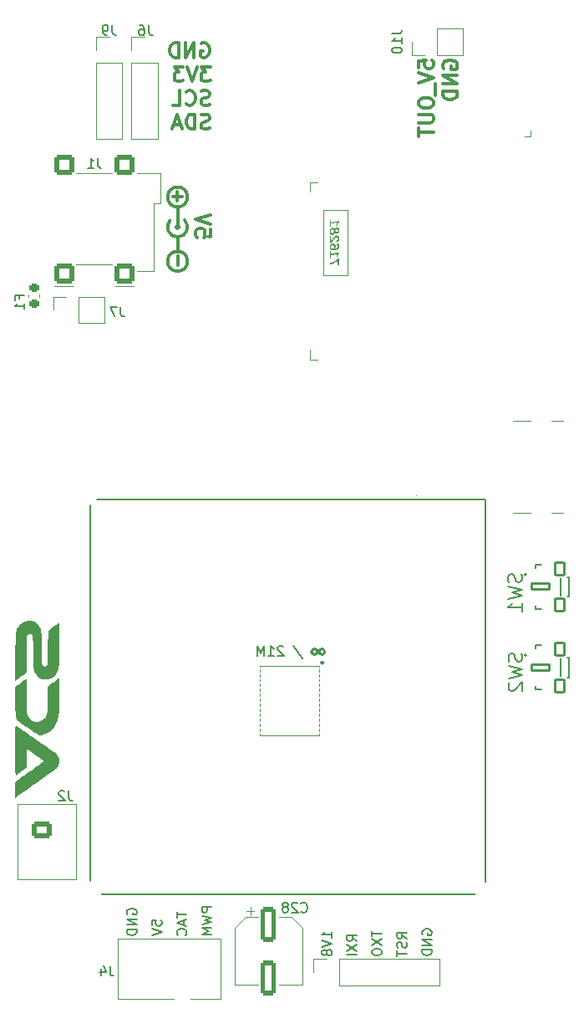
<source format=gbo>
G04 #@! TF.GenerationSoftware,KiCad,Pcbnew,8.0.4*
G04 #@! TF.CreationDate,2024-11-26T00:50:50-06:00*
G04 #@! TF.ProjectId,bitaxeUltra,62697461-7865-4556-9c74-72612e6b6963,rev?*
G04 #@! TF.SameCoordinates,Original*
G04 #@! TF.FileFunction,Legend,Bot*
G04 #@! TF.FilePolarity,Positive*
%FSLAX46Y46*%
G04 Gerber Fmt 4.6, Leading zero omitted, Abs format (unit mm)*
G04 Created by KiCad (PCBNEW 8.0.4) date 2024-11-26 00:50:50*
%MOMM*%
%LPD*%
G01*
G04 APERTURE LIST*
G04 Aperture macros list*
%AMRoundRect*
0 Rectangle with rounded corners*
0 $1 Rounding radius*
0 $2 $3 $4 $5 $6 $7 $8 $9 X,Y pos of 4 corners*
0 Add a 4 corners polygon primitive as box body*
4,1,4,$2,$3,$4,$5,$6,$7,$8,$9,$2,$3,0*
0 Add four circle primitives for the rounded corners*
1,1,$1+$1,$2,$3*
1,1,$1+$1,$4,$5*
1,1,$1+$1,$6,$7*
1,1,$1+$1,$8,$9*
0 Add four rect primitives between the rounded corners*
20,1,$1+$1,$2,$3,$4,$5,0*
20,1,$1+$1,$4,$5,$6,$7,0*
20,1,$1+$1,$6,$7,$8,$9,0*
20,1,$1+$1,$8,$9,$2,$3,0*%
G04 Aperture macros list end*
%ADD10C,0.150000*%
%ADD11C,0.300000*%
%ADD12C,0.250000*%
%ADD13C,0.100000*%
%ADD14C,0.120000*%
%ADD15C,0.000000*%
%ADD16C,0.050000*%
%ADD17C,0.227485*%
%ADD18C,0.127000*%
%ADD19C,0.200000*%
%ADD20C,0.310000*%
%ADD21C,0.010000*%
%ADD22C,3.000000*%
%ADD23C,3.500000*%
%ADD24C,0.800000*%
%ADD25C,6.000000*%
%ADD26C,0.400000*%
%ADD27C,1.295400*%
%ADD28C,1.574800*%
%ADD29R,1.700000X1.700000*%
%ADD30O,1.700000X1.700000*%
%ADD31C,2.000000*%
%ADD32C,0.650000*%
%ADD33R,1.150000X0.600000*%
%ADD34R,1.150000X0.300000*%
%ADD35O,1.800000X1.000000*%
%ADD36O,2.100000X1.000000*%
%ADD37R,0.900000X1.500000*%
%ADD38R,1.500000X0.900000*%
%ADD39R,0.900000X0.900000*%
%ADD40C,0.990600*%
%ADD41C,0.787400*%
%ADD42R,0.792000X0.221000*%
%ADD43R,4.277000X1.810000*%
%ADD44R,4.277000X4.530000*%
%ADD45RoundRect,0.250000X-0.550000X1.500000X-0.550000X-1.500000X0.550000X-1.500000X0.550000X1.500000X0*%
%ADD46C,1.600000*%
%ADD47C,1.800000*%
%ADD48RoundRect,0.250000X0.750000X-0.750000X0.750000X0.750000X-0.750000X0.750000X-0.750000X-0.750000X0*%
%ADD49C,0.900000*%
%ADD50RoundRect,0.102000X-0.900000X0.300000X-0.900000X-0.300000X0.900000X-0.300000X0.900000X0.300000X0*%
%ADD51RoundRect,0.102000X-0.450000X0.650000X-0.450000X-0.650000X0.450000X-0.650000X0.450000X0.650000X0*%
%ADD52RoundRect,0.218750X-0.256250X0.218750X-0.256250X-0.218750X0.256250X-0.218750X0.256250X0.218750X0*%
%ADD53RoundRect,0.250000X-0.750000X0.600000X-0.750000X-0.600000X0.750000X-0.600000X0.750000X0.600000X0*%
%ADD54O,2.000000X1.700000*%
G04 APERTURE END LIST*
D10*
X85450000Y-95700000D02*
X125430000Y-95700000D01*
X125430000Y-135690000D01*
X85450000Y-135690000D01*
X85450000Y-95700000D01*
D11*
X118700996Y-52038796D02*
X118700996Y-51324510D01*
X118700996Y-51324510D02*
X119415282Y-51253082D01*
X119415282Y-51253082D02*
X119343853Y-51324510D01*
X119343853Y-51324510D02*
X119272425Y-51467368D01*
X119272425Y-51467368D02*
X119272425Y-51824510D01*
X119272425Y-51824510D02*
X119343853Y-51967368D01*
X119343853Y-51967368D02*
X119415282Y-52038796D01*
X119415282Y-52038796D02*
X119558139Y-52110225D01*
X119558139Y-52110225D02*
X119915282Y-52110225D01*
X119915282Y-52110225D02*
X120058139Y-52038796D01*
X120058139Y-52038796D02*
X120129568Y-51967368D01*
X120129568Y-51967368D02*
X120200996Y-51824510D01*
X120200996Y-51824510D02*
X120200996Y-51467368D01*
X120200996Y-51467368D02*
X120129568Y-51324510D01*
X120129568Y-51324510D02*
X120058139Y-51253082D01*
X118700996Y-52538796D02*
X120200996Y-53038796D01*
X120200996Y-53038796D02*
X118700996Y-53538796D01*
X120343853Y-53681653D02*
X120343853Y-54824510D01*
X118700996Y-55467367D02*
X118700996Y-55753081D01*
X118700996Y-55753081D02*
X118772425Y-55895938D01*
X118772425Y-55895938D02*
X118915282Y-56038795D01*
X118915282Y-56038795D02*
X119200996Y-56110224D01*
X119200996Y-56110224D02*
X119700996Y-56110224D01*
X119700996Y-56110224D02*
X119986710Y-56038795D01*
X119986710Y-56038795D02*
X120129568Y-55895938D01*
X120129568Y-55895938D02*
X120200996Y-55753081D01*
X120200996Y-55753081D02*
X120200996Y-55467367D01*
X120200996Y-55467367D02*
X120129568Y-55324510D01*
X120129568Y-55324510D02*
X119986710Y-55181652D01*
X119986710Y-55181652D02*
X119700996Y-55110224D01*
X119700996Y-55110224D02*
X119200996Y-55110224D01*
X119200996Y-55110224D02*
X118915282Y-55181652D01*
X118915282Y-55181652D02*
X118772425Y-55324510D01*
X118772425Y-55324510D02*
X118700996Y-55467367D01*
X118700996Y-56753081D02*
X119915282Y-56753081D01*
X119915282Y-56753081D02*
X120058139Y-56824510D01*
X120058139Y-56824510D02*
X120129568Y-56895939D01*
X120129568Y-56895939D02*
X120200996Y-57038796D01*
X120200996Y-57038796D02*
X120200996Y-57324510D01*
X120200996Y-57324510D02*
X120129568Y-57467367D01*
X120129568Y-57467367D02*
X120058139Y-57538796D01*
X120058139Y-57538796D02*
X119915282Y-57610224D01*
X119915282Y-57610224D02*
X118700996Y-57610224D01*
X118700996Y-58110225D02*
X118700996Y-58967368D01*
X120200996Y-58538796D02*
X118700996Y-58538796D01*
X121187341Y-52110225D02*
X121115912Y-51967368D01*
X121115912Y-51967368D02*
X121115912Y-51753082D01*
X121115912Y-51753082D02*
X121187341Y-51538796D01*
X121187341Y-51538796D02*
X121330198Y-51395939D01*
X121330198Y-51395939D02*
X121473055Y-51324510D01*
X121473055Y-51324510D02*
X121758769Y-51253082D01*
X121758769Y-51253082D02*
X121973055Y-51253082D01*
X121973055Y-51253082D02*
X122258769Y-51324510D01*
X122258769Y-51324510D02*
X122401626Y-51395939D01*
X122401626Y-51395939D02*
X122544484Y-51538796D01*
X122544484Y-51538796D02*
X122615912Y-51753082D01*
X122615912Y-51753082D02*
X122615912Y-51895939D01*
X122615912Y-51895939D02*
X122544484Y-52110225D01*
X122544484Y-52110225D02*
X122473055Y-52181653D01*
X122473055Y-52181653D02*
X121973055Y-52181653D01*
X121973055Y-52181653D02*
X121973055Y-51895939D01*
X122615912Y-52824510D02*
X121115912Y-52824510D01*
X121115912Y-52824510D02*
X122615912Y-53681653D01*
X122615912Y-53681653D02*
X121115912Y-53681653D01*
X122615912Y-54395939D02*
X121115912Y-54395939D01*
X121115912Y-54395939D02*
X121115912Y-54753082D01*
X121115912Y-54753082D02*
X121187341Y-54967368D01*
X121187341Y-54967368D02*
X121330198Y-55110225D01*
X121330198Y-55110225D02*
X121473055Y-55181654D01*
X121473055Y-55181654D02*
X121758769Y-55253082D01*
X121758769Y-55253082D02*
X121973055Y-55253082D01*
X121973055Y-55253082D02*
X122258769Y-55181654D01*
X122258769Y-55181654D02*
X122401626Y-55110225D01*
X122401626Y-55110225D02*
X122544484Y-54967368D01*
X122544484Y-54967368D02*
X122615912Y-54753082D01*
X122615912Y-54753082D02*
X122615912Y-54395939D01*
D10*
X117502319Y-140152046D02*
X117026128Y-139818713D01*
X117502319Y-139580618D02*
X116502319Y-139580618D01*
X116502319Y-139580618D02*
X116502319Y-139961570D01*
X116502319Y-139961570D02*
X116549938Y-140056808D01*
X116549938Y-140056808D02*
X116597557Y-140104427D01*
X116597557Y-140104427D02*
X116692795Y-140152046D01*
X116692795Y-140152046D02*
X116835652Y-140152046D01*
X116835652Y-140152046D02*
X116930890Y-140104427D01*
X116930890Y-140104427D02*
X116978509Y-140056808D01*
X116978509Y-140056808D02*
X117026128Y-139961570D01*
X117026128Y-139961570D02*
X117026128Y-139580618D01*
X117454700Y-140532999D02*
X117502319Y-140675856D01*
X117502319Y-140675856D02*
X117502319Y-140913951D01*
X117502319Y-140913951D02*
X117454700Y-141009189D01*
X117454700Y-141009189D02*
X117407080Y-141056808D01*
X117407080Y-141056808D02*
X117311842Y-141104427D01*
X117311842Y-141104427D02*
X117216604Y-141104427D01*
X117216604Y-141104427D02*
X117121366Y-141056808D01*
X117121366Y-141056808D02*
X117073747Y-141009189D01*
X117073747Y-141009189D02*
X117026128Y-140913951D01*
X117026128Y-140913951D02*
X116978509Y-140723475D01*
X116978509Y-140723475D02*
X116930890Y-140628237D01*
X116930890Y-140628237D02*
X116883271Y-140580618D01*
X116883271Y-140580618D02*
X116788033Y-140532999D01*
X116788033Y-140532999D02*
X116692795Y-140532999D01*
X116692795Y-140532999D02*
X116597557Y-140580618D01*
X116597557Y-140580618D02*
X116549938Y-140628237D01*
X116549938Y-140628237D02*
X116502319Y-140723475D01*
X116502319Y-140723475D02*
X116502319Y-140961570D01*
X116502319Y-140961570D02*
X116549938Y-141104427D01*
X116502319Y-141390142D02*
X116502319Y-141961570D01*
X117502319Y-141675856D02*
X116502319Y-141675856D01*
X91663819Y-138827523D02*
X91663819Y-138351333D01*
X91663819Y-138351333D02*
X92140009Y-138303714D01*
X92140009Y-138303714D02*
X92092390Y-138351333D01*
X92092390Y-138351333D02*
X92044771Y-138446571D01*
X92044771Y-138446571D02*
X92044771Y-138684666D01*
X92044771Y-138684666D02*
X92092390Y-138779904D01*
X92092390Y-138779904D02*
X92140009Y-138827523D01*
X92140009Y-138827523D02*
X92235247Y-138875142D01*
X92235247Y-138875142D02*
X92473342Y-138875142D01*
X92473342Y-138875142D02*
X92568580Y-138827523D01*
X92568580Y-138827523D02*
X92616200Y-138779904D01*
X92616200Y-138779904D02*
X92663819Y-138684666D01*
X92663819Y-138684666D02*
X92663819Y-138446571D01*
X92663819Y-138446571D02*
X92616200Y-138351333D01*
X92616200Y-138351333D02*
X92568580Y-138303714D01*
X91663819Y-139160857D02*
X92663819Y-139494190D01*
X92663819Y-139494190D02*
X91663819Y-139827523D01*
X109904819Y-140056809D02*
X109904819Y-139485381D01*
X109904819Y-139771095D02*
X108904819Y-139771095D01*
X108904819Y-139771095D02*
X109047676Y-139675857D01*
X109047676Y-139675857D02*
X109142914Y-139580619D01*
X109142914Y-139580619D02*
X109190533Y-139485381D01*
X108904819Y-140342524D02*
X109904819Y-140675857D01*
X109904819Y-140675857D02*
X108904819Y-141009190D01*
X109333390Y-141485381D02*
X109285771Y-141390143D01*
X109285771Y-141390143D02*
X109238152Y-141342524D01*
X109238152Y-141342524D02*
X109142914Y-141294905D01*
X109142914Y-141294905D02*
X109095295Y-141294905D01*
X109095295Y-141294905D02*
X109000057Y-141342524D01*
X109000057Y-141342524D02*
X108952438Y-141390143D01*
X108952438Y-141390143D02*
X108904819Y-141485381D01*
X108904819Y-141485381D02*
X108904819Y-141675857D01*
X108904819Y-141675857D02*
X108952438Y-141771095D01*
X108952438Y-141771095D02*
X109000057Y-141818714D01*
X109000057Y-141818714D02*
X109095295Y-141866333D01*
X109095295Y-141866333D02*
X109142914Y-141866333D01*
X109142914Y-141866333D02*
X109238152Y-141818714D01*
X109238152Y-141818714D02*
X109285771Y-141771095D01*
X109285771Y-141771095D02*
X109333390Y-141675857D01*
X109333390Y-141675857D02*
X109333390Y-141485381D01*
X109333390Y-141485381D02*
X109381009Y-141390143D01*
X109381009Y-141390143D02*
X109428628Y-141342524D01*
X109428628Y-141342524D02*
X109523866Y-141294905D01*
X109523866Y-141294905D02*
X109714342Y-141294905D01*
X109714342Y-141294905D02*
X109809580Y-141342524D01*
X109809580Y-141342524D02*
X109857200Y-141390143D01*
X109857200Y-141390143D02*
X109904819Y-141485381D01*
X109904819Y-141485381D02*
X109904819Y-141675857D01*
X109904819Y-141675857D02*
X109857200Y-141771095D01*
X109857200Y-141771095D02*
X109809580Y-141818714D01*
X109809580Y-141818714D02*
X109714342Y-141866333D01*
X109714342Y-141866333D02*
X109523866Y-141866333D01*
X109523866Y-141866333D02*
X109428628Y-141818714D01*
X109428628Y-141818714D02*
X109381009Y-141771095D01*
X109381009Y-141771095D02*
X109333390Y-141675857D01*
X106026190Y-110517200D02*
X106883332Y-111802914D01*
X104978570Y-110660057D02*
X104930951Y-110612438D01*
X104930951Y-110612438D02*
X104835713Y-110564819D01*
X104835713Y-110564819D02*
X104597618Y-110564819D01*
X104597618Y-110564819D02*
X104502380Y-110612438D01*
X104502380Y-110612438D02*
X104454761Y-110660057D01*
X104454761Y-110660057D02*
X104407142Y-110755295D01*
X104407142Y-110755295D02*
X104407142Y-110850533D01*
X104407142Y-110850533D02*
X104454761Y-110993390D01*
X104454761Y-110993390D02*
X105026189Y-111564819D01*
X105026189Y-111564819D02*
X104407142Y-111564819D01*
X103454761Y-111564819D02*
X104026189Y-111564819D01*
X103740475Y-111564819D02*
X103740475Y-110564819D01*
X103740475Y-110564819D02*
X103835713Y-110707676D01*
X103835713Y-110707676D02*
X103930951Y-110802914D01*
X103930951Y-110802914D02*
X104026189Y-110850533D01*
X103026189Y-111564819D02*
X103026189Y-110564819D01*
X103026189Y-110564819D02*
X102692856Y-111279104D01*
X102692856Y-111279104D02*
X102359523Y-110564819D01*
X102359523Y-110564819D02*
X102359523Y-111564819D01*
D12*
X108279523Y-110919857D02*
X108089047Y-110824619D01*
X108089047Y-110824619D02*
X107898571Y-110919857D01*
X107898571Y-110919857D02*
X107803333Y-111110333D01*
X107803333Y-111110333D02*
X107898571Y-111300809D01*
X107898571Y-111300809D02*
X108089047Y-111396047D01*
X108089047Y-111396047D02*
X108279523Y-111300809D01*
X108279523Y-111300809D02*
X108660475Y-110919857D01*
X108660475Y-110919857D02*
X108850952Y-110824619D01*
X108850952Y-110824619D02*
X109041428Y-110919857D01*
X109041428Y-110919857D02*
X109136666Y-111110333D01*
X109136666Y-111110333D02*
X109041428Y-111300809D01*
X109041428Y-111300809D02*
X108850952Y-111396047D01*
X108850952Y-111396047D02*
X108660475Y-111300809D01*
X108660475Y-111300809D02*
X108279523Y-110919857D01*
D11*
X97624171Y-68406203D02*
X97624171Y-69120489D01*
X97624171Y-69120489D02*
X96909885Y-69191917D01*
X96909885Y-69191917D02*
X96981314Y-69120489D01*
X96981314Y-69120489D02*
X97052742Y-68977632D01*
X97052742Y-68977632D02*
X97052742Y-68620489D01*
X97052742Y-68620489D02*
X96981314Y-68477632D01*
X96981314Y-68477632D02*
X96909885Y-68406203D01*
X96909885Y-68406203D02*
X96767028Y-68334774D01*
X96767028Y-68334774D02*
X96409885Y-68334774D01*
X96409885Y-68334774D02*
X96267028Y-68406203D01*
X96267028Y-68406203D02*
X96195600Y-68477632D01*
X96195600Y-68477632D02*
X96124171Y-68620489D01*
X96124171Y-68620489D02*
X96124171Y-68977632D01*
X96124171Y-68977632D02*
X96195600Y-69120489D01*
X96195600Y-69120489D02*
X96267028Y-69191917D01*
X97624171Y-67906203D02*
X96124171Y-67406203D01*
X96124171Y-67406203D02*
X97624171Y-66906203D01*
D10*
X112437319Y-140437762D02*
X111961128Y-140104429D01*
X112437319Y-139866334D02*
X111437319Y-139866334D01*
X111437319Y-139866334D02*
X111437319Y-140247286D01*
X111437319Y-140247286D02*
X111484938Y-140342524D01*
X111484938Y-140342524D02*
X111532557Y-140390143D01*
X111532557Y-140390143D02*
X111627795Y-140437762D01*
X111627795Y-140437762D02*
X111770652Y-140437762D01*
X111770652Y-140437762D02*
X111865890Y-140390143D01*
X111865890Y-140390143D02*
X111913509Y-140342524D01*
X111913509Y-140342524D02*
X111961128Y-140247286D01*
X111961128Y-140247286D02*
X111961128Y-139866334D01*
X111437319Y-140771096D02*
X112437319Y-141437762D01*
X111437319Y-141437762D02*
X112437319Y-140771096D01*
X112437319Y-141818715D02*
X111437319Y-141818715D01*
X97719819Y-136958238D02*
X96719819Y-136958238D01*
X96719819Y-136958238D02*
X96719819Y-137339190D01*
X96719819Y-137339190D02*
X96767438Y-137434428D01*
X96767438Y-137434428D02*
X96815057Y-137482047D01*
X96815057Y-137482047D02*
X96910295Y-137529666D01*
X96910295Y-137529666D02*
X97053152Y-137529666D01*
X97053152Y-137529666D02*
X97148390Y-137482047D01*
X97148390Y-137482047D02*
X97196009Y-137434428D01*
X97196009Y-137434428D02*
X97243628Y-137339190D01*
X97243628Y-137339190D02*
X97243628Y-136958238D01*
X96719819Y-137863000D02*
X97719819Y-138101095D01*
X97719819Y-138101095D02*
X97005533Y-138291571D01*
X97005533Y-138291571D02*
X97719819Y-138482047D01*
X97719819Y-138482047D02*
X96719819Y-138720143D01*
X97719819Y-139101095D02*
X96719819Y-139101095D01*
X96719819Y-139101095D02*
X97434104Y-139434428D01*
X97434104Y-139434428D02*
X96719819Y-139767761D01*
X96719819Y-139767761D02*
X97719819Y-139767761D01*
X119082438Y-139771095D02*
X119034819Y-139675857D01*
X119034819Y-139675857D02*
X119034819Y-139533000D01*
X119034819Y-139533000D02*
X119082438Y-139390143D01*
X119082438Y-139390143D02*
X119177676Y-139294905D01*
X119177676Y-139294905D02*
X119272914Y-139247286D01*
X119272914Y-139247286D02*
X119463390Y-139199667D01*
X119463390Y-139199667D02*
X119606247Y-139199667D01*
X119606247Y-139199667D02*
X119796723Y-139247286D01*
X119796723Y-139247286D02*
X119891961Y-139294905D01*
X119891961Y-139294905D02*
X119987200Y-139390143D01*
X119987200Y-139390143D02*
X120034819Y-139533000D01*
X120034819Y-139533000D02*
X120034819Y-139628238D01*
X120034819Y-139628238D02*
X119987200Y-139771095D01*
X119987200Y-139771095D02*
X119939580Y-139818714D01*
X119939580Y-139818714D02*
X119606247Y-139818714D01*
X119606247Y-139818714D02*
X119606247Y-139628238D01*
X120034819Y-140247286D02*
X119034819Y-140247286D01*
X119034819Y-140247286D02*
X120034819Y-140818714D01*
X120034819Y-140818714D02*
X119034819Y-140818714D01*
X120034819Y-141294905D02*
X119034819Y-141294905D01*
X119034819Y-141294905D02*
X119034819Y-141533000D01*
X119034819Y-141533000D02*
X119082438Y-141675857D01*
X119082438Y-141675857D02*
X119177676Y-141771095D01*
X119177676Y-141771095D02*
X119272914Y-141818714D01*
X119272914Y-141818714D02*
X119463390Y-141866333D01*
X119463390Y-141866333D02*
X119606247Y-141866333D01*
X119606247Y-141866333D02*
X119796723Y-141818714D01*
X119796723Y-141818714D02*
X119891961Y-141771095D01*
X119891961Y-141771095D02*
X119987200Y-141675857D01*
X119987200Y-141675857D02*
X120034819Y-141533000D01*
X120034819Y-141533000D02*
X120034819Y-141294905D01*
X113969819Y-139390143D02*
X113969819Y-139961571D01*
X114969819Y-139675857D02*
X113969819Y-139675857D01*
X113969819Y-140199667D02*
X114969819Y-140866333D01*
X113969819Y-140866333D02*
X114969819Y-140199667D01*
X113969819Y-141437762D02*
X113969819Y-141628238D01*
X113969819Y-141628238D02*
X114017438Y-141723476D01*
X114017438Y-141723476D02*
X114112676Y-141818714D01*
X114112676Y-141818714D02*
X114303152Y-141866333D01*
X114303152Y-141866333D02*
X114636485Y-141866333D01*
X114636485Y-141866333D02*
X114826961Y-141818714D01*
X114826961Y-141818714D02*
X114922200Y-141723476D01*
X114922200Y-141723476D02*
X114969819Y-141628238D01*
X114969819Y-141628238D02*
X114969819Y-141437762D01*
X114969819Y-141437762D02*
X114922200Y-141342524D01*
X114922200Y-141342524D02*
X114826961Y-141247286D01*
X114826961Y-141247286D02*
X114636485Y-141199667D01*
X114636485Y-141199667D02*
X114303152Y-141199667D01*
X114303152Y-141199667D02*
X114112676Y-141247286D01*
X114112676Y-141247286D02*
X114017438Y-141342524D01*
X114017438Y-141342524D02*
X113969819Y-141437762D01*
D11*
X96639774Y-49577509D02*
X96782632Y-49506080D01*
X96782632Y-49506080D02*
X96996917Y-49506080D01*
X96996917Y-49506080D02*
X97211203Y-49577509D01*
X97211203Y-49577509D02*
X97354060Y-49720366D01*
X97354060Y-49720366D02*
X97425489Y-49863223D01*
X97425489Y-49863223D02*
X97496917Y-50148937D01*
X97496917Y-50148937D02*
X97496917Y-50363223D01*
X97496917Y-50363223D02*
X97425489Y-50648937D01*
X97425489Y-50648937D02*
X97354060Y-50791794D01*
X97354060Y-50791794D02*
X97211203Y-50934652D01*
X97211203Y-50934652D02*
X96996917Y-51006080D01*
X96996917Y-51006080D02*
X96854060Y-51006080D01*
X96854060Y-51006080D02*
X96639774Y-50934652D01*
X96639774Y-50934652D02*
X96568346Y-50863223D01*
X96568346Y-50863223D02*
X96568346Y-50363223D01*
X96568346Y-50363223D02*
X96854060Y-50363223D01*
X95925489Y-51006080D02*
X95925489Y-49506080D01*
X95925489Y-49506080D02*
X95068346Y-51006080D01*
X95068346Y-51006080D02*
X95068346Y-49506080D01*
X94354060Y-51006080D02*
X94354060Y-49506080D01*
X94354060Y-49506080D02*
X93996917Y-49506080D01*
X93996917Y-49506080D02*
X93782631Y-49577509D01*
X93782631Y-49577509D02*
X93639774Y-49720366D01*
X93639774Y-49720366D02*
X93568345Y-49863223D01*
X93568345Y-49863223D02*
X93496917Y-50148937D01*
X93496917Y-50148937D02*
X93496917Y-50363223D01*
X93496917Y-50363223D02*
X93568345Y-50648937D01*
X93568345Y-50648937D02*
X93639774Y-50791794D01*
X93639774Y-50791794D02*
X93782631Y-50934652D01*
X93782631Y-50934652D02*
X93996917Y-51006080D01*
X93996917Y-51006080D02*
X94354060Y-51006080D01*
X97568346Y-51920996D02*
X96639774Y-51920996D01*
X96639774Y-51920996D02*
X97139774Y-52492425D01*
X97139774Y-52492425D02*
X96925489Y-52492425D01*
X96925489Y-52492425D02*
X96782632Y-52563853D01*
X96782632Y-52563853D02*
X96711203Y-52635282D01*
X96711203Y-52635282D02*
X96639774Y-52778139D01*
X96639774Y-52778139D02*
X96639774Y-53135282D01*
X96639774Y-53135282D02*
X96711203Y-53278139D01*
X96711203Y-53278139D02*
X96782632Y-53349568D01*
X96782632Y-53349568D02*
X96925489Y-53420996D01*
X96925489Y-53420996D02*
X97354060Y-53420996D01*
X97354060Y-53420996D02*
X97496917Y-53349568D01*
X97496917Y-53349568D02*
X97568346Y-53278139D01*
X96211203Y-51920996D02*
X95711203Y-53420996D01*
X95711203Y-53420996D02*
X95211203Y-51920996D01*
X94854061Y-51920996D02*
X93925489Y-51920996D01*
X93925489Y-51920996D02*
X94425489Y-52492425D01*
X94425489Y-52492425D02*
X94211204Y-52492425D01*
X94211204Y-52492425D02*
X94068347Y-52563853D01*
X94068347Y-52563853D02*
X93996918Y-52635282D01*
X93996918Y-52635282D02*
X93925489Y-52778139D01*
X93925489Y-52778139D02*
X93925489Y-53135282D01*
X93925489Y-53135282D02*
X93996918Y-53278139D01*
X93996918Y-53278139D02*
X94068347Y-53349568D01*
X94068347Y-53349568D02*
X94211204Y-53420996D01*
X94211204Y-53420996D02*
X94639775Y-53420996D01*
X94639775Y-53420996D02*
X94782632Y-53349568D01*
X94782632Y-53349568D02*
X94854061Y-53278139D01*
X97496917Y-55764484D02*
X97282632Y-55835912D01*
X97282632Y-55835912D02*
X96925489Y-55835912D01*
X96925489Y-55835912D02*
X96782632Y-55764484D01*
X96782632Y-55764484D02*
X96711203Y-55693055D01*
X96711203Y-55693055D02*
X96639774Y-55550198D01*
X96639774Y-55550198D02*
X96639774Y-55407341D01*
X96639774Y-55407341D02*
X96711203Y-55264484D01*
X96711203Y-55264484D02*
X96782632Y-55193055D01*
X96782632Y-55193055D02*
X96925489Y-55121626D01*
X96925489Y-55121626D02*
X97211203Y-55050198D01*
X97211203Y-55050198D02*
X97354060Y-54978769D01*
X97354060Y-54978769D02*
X97425489Y-54907341D01*
X97425489Y-54907341D02*
X97496917Y-54764484D01*
X97496917Y-54764484D02*
X97496917Y-54621626D01*
X97496917Y-54621626D02*
X97425489Y-54478769D01*
X97425489Y-54478769D02*
X97354060Y-54407341D01*
X97354060Y-54407341D02*
X97211203Y-54335912D01*
X97211203Y-54335912D02*
X96854060Y-54335912D01*
X96854060Y-54335912D02*
X96639774Y-54407341D01*
X95139775Y-55693055D02*
X95211203Y-55764484D01*
X95211203Y-55764484D02*
X95425489Y-55835912D01*
X95425489Y-55835912D02*
X95568346Y-55835912D01*
X95568346Y-55835912D02*
X95782632Y-55764484D01*
X95782632Y-55764484D02*
X95925489Y-55621626D01*
X95925489Y-55621626D02*
X95996918Y-55478769D01*
X95996918Y-55478769D02*
X96068346Y-55193055D01*
X96068346Y-55193055D02*
X96068346Y-54978769D01*
X96068346Y-54978769D02*
X95996918Y-54693055D01*
X95996918Y-54693055D02*
X95925489Y-54550198D01*
X95925489Y-54550198D02*
X95782632Y-54407341D01*
X95782632Y-54407341D02*
X95568346Y-54335912D01*
X95568346Y-54335912D02*
X95425489Y-54335912D01*
X95425489Y-54335912D02*
X95211203Y-54407341D01*
X95211203Y-54407341D02*
X95139775Y-54478769D01*
X93782632Y-55835912D02*
X94496918Y-55835912D01*
X94496918Y-55835912D02*
X94496918Y-54335912D01*
X97496917Y-58179400D02*
X97282632Y-58250828D01*
X97282632Y-58250828D02*
X96925489Y-58250828D01*
X96925489Y-58250828D02*
X96782632Y-58179400D01*
X96782632Y-58179400D02*
X96711203Y-58107971D01*
X96711203Y-58107971D02*
X96639774Y-57965114D01*
X96639774Y-57965114D02*
X96639774Y-57822257D01*
X96639774Y-57822257D02*
X96711203Y-57679400D01*
X96711203Y-57679400D02*
X96782632Y-57607971D01*
X96782632Y-57607971D02*
X96925489Y-57536542D01*
X96925489Y-57536542D02*
X97211203Y-57465114D01*
X97211203Y-57465114D02*
X97354060Y-57393685D01*
X97354060Y-57393685D02*
X97425489Y-57322257D01*
X97425489Y-57322257D02*
X97496917Y-57179400D01*
X97496917Y-57179400D02*
X97496917Y-57036542D01*
X97496917Y-57036542D02*
X97425489Y-56893685D01*
X97425489Y-56893685D02*
X97354060Y-56822257D01*
X97354060Y-56822257D02*
X97211203Y-56750828D01*
X97211203Y-56750828D02*
X96854060Y-56750828D01*
X96854060Y-56750828D02*
X96639774Y-56822257D01*
X95996918Y-58250828D02*
X95996918Y-56750828D01*
X95996918Y-56750828D02*
X95639775Y-56750828D01*
X95639775Y-56750828D02*
X95425489Y-56822257D01*
X95425489Y-56822257D02*
X95282632Y-56965114D01*
X95282632Y-56965114D02*
X95211203Y-57107971D01*
X95211203Y-57107971D02*
X95139775Y-57393685D01*
X95139775Y-57393685D02*
X95139775Y-57607971D01*
X95139775Y-57607971D02*
X95211203Y-57893685D01*
X95211203Y-57893685D02*
X95282632Y-58036542D01*
X95282632Y-58036542D02*
X95425489Y-58179400D01*
X95425489Y-58179400D02*
X95639775Y-58250828D01*
X95639775Y-58250828D02*
X95996918Y-58250828D01*
X94568346Y-57822257D02*
X93854061Y-57822257D01*
X94711203Y-58250828D02*
X94211203Y-56750828D01*
X94211203Y-56750828D02*
X93711203Y-58250828D01*
D10*
X94187319Y-137482047D02*
X94187319Y-138053475D01*
X95187319Y-137767761D02*
X94187319Y-137767761D01*
X94901604Y-138339190D02*
X94901604Y-138815380D01*
X95187319Y-138243952D02*
X94187319Y-138577285D01*
X94187319Y-138577285D02*
X95187319Y-138910618D01*
X95092080Y-139815380D02*
X95139700Y-139767761D01*
X95139700Y-139767761D02*
X95187319Y-139624904D01*
X95187319Y-139624904D02*
X95187319Y-139529666D01*
X95187319Y-139529666D02*
X95139700Y-139386809D01*
X95139700Y-139386809D02*
X95044461Y-139291571D01*
X95044461Y-139291571D02*
X94949223Y-139243952D01*
X94949223Y-139243952D02*
X94758747Y-139196333D01*
X94758747Y-139196333D02*
X94615890Y-139196333D01*
X94615890Y-139196333D02*
X94425414Y-139243952D01*
X94425414Y-139243952D02*
X94330176Y-139291571D01*
X94330176Y-139291571D02*
X94234938Y-139386809D01*
X94234938Y-139386809D02*
X94187319Y-139529666D01*
X94187319Y-139529666D02*
X94187319Y-139624904D01*
X94187319Y-139624904D02*
X94234938Y-139767761D01*
X94234938Y-139767761D02*
X94282557Y-139815380D01*
X89169938Y-137720143D02*
X89122319Y-137624905D01*
X89122319Y-137624905D02*
X89122319Y-137482048D01*
X89122319Y-137482048D02*
X89169938Y-137339191D01*
X89169938Y-137339191D02*
X89265176Y-137243953D01*
X89265176Y-137243953D02*
X89360414Y-137196334D01*
X89360414Y-137196334D02*
X89550890Y-137148715D01*
X89550890Y-137148715D02*
X89693747Y-137148715D01*
X89693747Y-137148715D02*
X89884223Y-137196334D01*
X89884223Y-137196334D02*
X89979461Y-137243953D01*
X89979461Y-137243953D02*
X90074700Y-137339191D01*
X90074700Y-137339191D02*
X90122319Y-137482048D01*
X90122319Y-137482048D02*
X90122319Y-137577286D01*
X90122319Y-137577286D02*
X90074700Y-137720143D01*
X90074700Y-137720143D02*
X90027080Y-137767762D01*
X90027080Y-137767762D02*
X89693747Y-137767762D01*
X89693747Y-137767762D02*
X89693747Y-137577286D01*
X90122319Y-138196334D02*
X89122319Y-138196334D01*
X89122319Y-138196334D02*
X90122319Y-138767762D01*
X90122319Y-138767762D02*
X89122319Y-138767762D01*
X90122319Y-139243953D02*
X89122319Y-139243953D01*
X89122319Y-139243953D02*
X89122319Y-139482048D01*
X89122319Y-139482048D02*
X89169938Y-139624905D01*
X89169938Y-139624905D02*
X89265176Y-139720143D01*
X89265176Y-139720143D02*
X89360414Y-139767762D01*
X89360414Y-139767762D02*
X89550890Y-139815381D01*
X89550890Y-139815381D02*
X89693747Y-139815381D01*
X89693747Y-139815381D02*
X89884223Y-139767762D01*
X89884223Y-139767762D02*
X89979461Y-139720143D01*
X89979461Y-139720143D02*
X90074700Y-139624905D01*
X90074700Y-139624905D02*
X90122319Y-139482048D01*
X90122319Y-139482048D02*
X90122319Y-139243953D01*
D13*
G36*
X109700000Y-71778652D02*
G01*
X109700000Y-71970383D01*
X109750836Y-71958468D01*
X109765212Y-71955240D01*
X109813404Y-71943849D01*
X109868290Y-71929126D01*
X109919964Y-71913252D01*
X109968427Y-71896228D01*
X110020909Y-71874912D01*
X110035101Y-71868534D01*
X110084662Y-71843918D01*
X110127962Y-71819526D01*
X110172017Y-71792095D01*
X110216828Y-71761624D01*
X110262394Y-71728113D01*
X110270062Y-71722232D01*
X110315554Y-71685828D01*
X110359707Y-71647689D01*
X110402520Y-71607815D01*
X110437175Y-71573262D01*
X110470899Y-71537504D01*
X110497208Y-71508031D01*
X110497208Y-72032176D01*
X110637892Y-71986747D01*
X110637892Y-71342435D01*
X110514305Y-71364416D01*
X110479672Y-71401980D01*
X110442879Y-71434393D01*
X110401611Y-71468333D01*
X110360361Y-71500959D01*
X110342114Y-71515114D01*
X110294976Y-71550094D01*
X110247289Y-71582677D01*
X110199053Y-71612863D01*
X110150269Y-71640651D01*
X110100936Y-71666043D01*
X110051055Y-71689037D01*
X110030949Y-71697564D01*
X109980429Y-71717125D01*
X109929469Y-71734133D01*
X109878067Y-71748590D01*
X109826223Y-71760494D01*
X109773939Y-71769847D01*
X109721213Y-71776647D01*
X109700000Y-71778652D01*
G37*
G36*
X109700000Y-70612637D02*
G01*
X109700000Y-71318743D01*
X109840683Y-71294074D01*
X109840683Y-71021988D01*
X110430041Y-70922337D01*
X110398873Y-70964665D01*
X110377728Y-71009336D01*
X110365806Y-71042993D01*
X110352282Y-71091989D01*
X110343190Y-71141643D01*
X110340160Y-71186852D01*
X110340893Y-71209566D01*
X110481577Y-71185386D01*
X110488858Y-71125940D01*
X110500200Y-71070943D01*
X110515603Y-71020397D01*
X110535066Y-70974300D01*
X110565105Y-70922936D01*
X110601488Y-70878525D01*
X110644217Y-70841067D01*
X110653524Y-70834409D01*
X110653524Y-70725966D01*
X109840683Y-70863963D01*
X109840683Y-70587724D01*
X109700000Y-70612637D01*
G37*
G36*
X110452710Y-69797156D02*
G01*
X110497269Y-69818298D01*
X110537096Y-69846859D01*
X110572191Y-69882839D01*
X110580147Y-69892935D01*
X110606838Y-69937403D01*
X110625316Y-69988404D01*
X110634748Y-70038389D01*
X110637892Y-70093377D01*
X110635091Y-70142511D01*
X110623711Y-70200098D01*
X110603578Y-70253427D01*
X110574691Y-70302499D01*
X110537050Y-70347313D01*
X110500635Y-70380099D01*
X110458618Y-70410160D01*
X110413494Y-70437007D01*
X110367637Y-70460275D01*
X110321048Y-70479963D01*
X110273726Y-70496072D01*
X110225671Y-70508601D01*
X110176884Y-70517550D01*
X110127363Y-70522920D01*
X110077110Y-70524710D01*
X110032540Y-70523179D01*
X109980272Y-70516962D01*
X109931833Y-70505963D01*
X109878759Y-70486451D01*
X109831197Y-70460053D01*
X109789148Y-70426768D01*
X109776460Y-70414307D01*
X109743307Y-70374302D01*
X109717521Y-70330364D01*
X109699103Y-70282493D01*
X109688052Y-70230690D01*
X109684820Y-70181793D01*
X109809420Y-70181793D01*
X109812916Y-70220765D01*
X109831269Y-70270579D01*
X109865352Y-70310020D01*
X109886675Y-70325542D01*
X109934644Y-70348156D01*
X109985031Y-70355693D01*
X110024817Y-70351559D01*
X110073418Y-70333184D01*
X110113503Y-70303425D01*
X110140304Y-70272073D01*
X110162394Y-70224200D01*
X110168946Y-70174221D01*
X110166667Y-70145455D01*
X110150341Y-70095319D01*
X110121318Y-70052832D01*
X110092347Y-70026503D01*
X110046506Y-70004802D01*
X109997243Y-69998366D01*
X109949725Y-70003685D01*
X109903351Y-70021823D01*
X109863154Y-70052832D01*
X109837179Y-70084955D01*
X109815770Y-70132834D01*
X109809420Y-70181793D01*
X109684820Y-70181793D01*
X109684368Y-70174954D01*
X109687674Y-70122117D01*
X109697591Y-70072784D01*
X109717518Y-70019656D01*
X109746445Y-69971297D01*
X109778401Y-69933642D01*
X109802517Y-69911145D01*
X109847344Y-69878993D01*
X109895515Y-69856027D01*
X109947028Y-69842248D01*
X110001884Y-69837654D01*
X110032498Y-69838948D01*
X110082951Y-69847438D01*
X110129430Y-69863852D01*
X110171935Y-69888190D01*
X110210467Y-69920453D01*
X110215606Y-69925657D01*
X110247012Y-69963760D01*
X110273115Y-70010884D01*
X110288777Y-70061824D01*
X110293998Y-70116580D01*
X110293505Y-70136347D01*
X110286106Y-70191791D01*
X110269829Y-70241448D01*
X110244672Y-70285317D01*
X110210638Y-70323399D01*
X110167725Y-70355693D01*
X110198198Y-70351629D01*
X110250662Y-70340531D01*
X110302029Y-70324361D01*
X110352296Y-70303118D01*
X110401465Y-70276803D01*
X110408317Y-70272622D01*
X110450191Y-70240899D01*
X110484996Y-70199378D01*
X110505879Y-70152239D01*
X110512840Y-70099483D01*
X110510642Y-70067273D01*
X110496216Y-70018988D01*
X110463243Y-69976398D01*
X110419966Y-69950151D01*
X110372156Y-69935840D01*
X110403419Y-69783432D01*
X110452710Y-69797156D01*
G37*
G36*
X109700000Y-69096866D02*
G01*
X109700000Y-69791981D01*
X109861933Y-69769999D01*
X109887842Y-69724854D01*
X109915194Y-69678718D01*
X109943989Y-69631593D01*
X109974227Y-69583478D01*
X110005908Y-69534373D01*
X110039032Y-69484278D01*
X110052686Y-69463963D01*
X110086237Y-69415577D01*
X110117892Y-69372391D01*
X110153375Y-69327431D01*
X110186128Y-69289959D01*
X110225550Y-69251643D01*
X110234647Y-69244144D01*
X110275290Y-69216753D01*
X110321038Y-69196832D01*
X110372077Y-69187701D01*
X110381437Y-69187480D01*
X110432962Y-69195661D01*
X110475978Y-69220205D01*
X110486706Y-69230222D01*
X110515256Y-69271195D01*
X110527819Y-69319741D01*
X110528471Y-69335003D01*
X110522122Y-69383971D01*
X110500712Y-69432652D01*
X110474738Y-69465917D01*
X110437157Y-69497945D01*
X110391275Y-69523199D01*
X110342885Y-69540137D01*
X110325261Y-69544563D01*
X110387787Y-69690376D01*
X110433935Y-69670418D01*
X110482413Y-69642987D01*
X110525117Y-69611092D01*
X110562047Y-69574733D01*
X110584891Y-69546028D01*
X110611634Y-69503032D01*
X110631808Y-69457605D01*
X110645414Y-69409747D01*
X110652451Y-69359457D01*
X110653524Y-69329629D01*
X110649620Y-69273152D01*
X110637909Y-69220836D01*
X110618391Y-69172681D01*
X110591066Y-69128686D01*
X110571946Y-69105414D01*
X110534328Y-69070202D01*
X110492853Y-69043638D01*
X110440730Y-69023870D01*
X110390990Y-69015839D01*
X110368492Y-69015044D01*
X110318911Y-69018479D01*
X110265759Y-69030554D01*
X110215390Y-69051323D01*
X110183356Y-69069999D01*
X110140583Y-69104666D01*
X110101504Y-69146796D01*
X110066779Y-69191670D01*
X110036976Y-69235244D01*
X110006386Y-69284435D01*
X110000174Y-69294947D01*
X109970005Y-69347408D01*
X109941780Y-69398545D01*
X109915499Y-69448358D01*
X109891162Y-69496848D01*
X109868768Y-69544014D01*
X109848319Y-69589856D01*
X109840683Y-69607822D01*
X109840683Y-69071465D01*
X109700000Y-69096866D01*
G37*
G36*
X110463598Y-68183776D02*
G01*
X110513306Y-68199870D01*
X110556987Y-68229758D01*
X110590753Y-68267906D01*
X110605465Y-68290490D01*
X110629004Y-68340377D01*
X110643164Y-68389187D01*
X110651317Y-68442812D01*
X110653524Y-68492609D01*
X110653193Y-68513266D01*
X110649480Y-68562394D01*
X110639576Y-68616611D01*
X110623731Y-68665658D01*
X110601944Y-68709536D01*
X110569016Y-68754193D01*
X110563713Y-68759978D01*
X110525418Y-68795333D01*
X110479134Y-68824718D01*
X110430163Y-68842350D01*
X110378506Y-68848227D01*
X110330427Y-68843349D01*
X110279673Y-68825331D01*
X110234670Y-68794035D01*
X110200673Y-68756643D01*
X110170900Y-68709497D01*
X110159462Y-68753146D01*
X110139404Y-68803811D01*
X110110269Y-68850518D01*
X110074180Y-68886328D01*
X110065370Y-68892865D01*
X110019889Y-68919221D01*
X109972023Y-68935035D01*
X109921772Y-68940306D01*
X109884615Y-68937266D01*
X109833451Y-68921308D01*
X109787774Y-68891671D01*
X109751779Y-68853844D01*
X109743616Y-68842650D01*
X109719193Y-68797866D01*
X109701221Y-68744362D01*
X109690951Y-68691563D01*
X109686014Y-68642670D01*
X109684413Y-68590795D01*
X109809420Y-68590795D01*
X109812299Y-68638300D01*
X109823636Y-68688072D01*
X109845812Y-68731967D01*
X109850447Y-68738148D01*
X109890683Y-68771797D01*
X109940579Y-68783014D01*
X109955163Y-68782273D01*
X110002209Y-68768021D01*
X110043039Y-68735631D01*
X110073086Y-68693430D01*
X110094636Y-68648083D01*
X110113014Y-68593481D01*
X110101355Y-68561207D01*
X110081559Y-68512202D01*
X110066024Y-68480885D01*
X110250279Y-68480885D01*
X110252252Y-68487093D01*
X110270352Y-68538321D01*
X110291189Y-68585452D01*
X110317201Y-68628408D01*
X110319432Y-68631323D01*
X110356952Y-68663945D01*
X110405373Y-68675791D01*
X110408623Y-68675747D01*
X110456151Y-68663039D01*
X110493056Y-68630606D01*
X110510176Y-68602116D01*
X110524286Y-68554992D01*
X110528471Y-68502623D01*
X110527243Y-68472564D01*
X110517420Y-68420586D01*
X110493545Y-68373663D01*
X110457649Y-68341055D01*
X110408792Y-68328234D01*
X110395741Y-68329008D01*
X110349244Y-68345713D01*
X110312072Y-68377815D01*
X110299036Y-68393340D01*
X110271002Y-68434710D01*
X110250279Y-68480885D01*
X110066024Y-68480885D01*
X110057239Y-68463174D01*
X110026796Y-68422267D01*
X109994843Y-68398863D01*
X109947418Y-68386119D01*
X109934606Y-68386924D01*
X109888943Y-68404287D01*
X109852407Y-68437654D01*
X109847202Y-68444292D01*
X109824575Y-68487790D01*
X109812821Y-68537602D01*
X109809420Y-68590795D01*
X109684413Y-68590795D01*
X109684368Y-68589329D01*
X109684711Y-68568873D01*
X109689863Y-68510423D01*
X109701198Y-68456353D01*
X109718715Y-68406662D01*
X109742414Y-68361350D01*
X109772295Y-68320418D01*
X109794842Y-68296203D01*
X109837017Y-68261597D01*
X109882651Y-68236878D01*
X109931745Y-68222047D01*
X109984298Y-68217103D01*
X110017729Y-68219774D01*
X110065929Y-68233799D01*
X110111793Y-68259846D01*
X110149556Y-68293046D01*
X110180565Y-68334212D01*
X110202896Y-68378548D01*
X110221198Y-68332180D01*
X110247984Y-68282914D01*
X110279111Y-68243308D01*
X110322193Y-68208532D01*
X110371526Y-68187666D01*
X110427110Y-68180711D01*
X110463598Y-68183776D01*
G37*
G36*
X109700000Y-67415987D02*
G01*
X109700000Y-68122093D01*
X109840683Y-68097424D01*
X109840683Y-67825338D01*
X110430041Y-67725686D01*
X110398873Y-67768015D01*
X110377728Y-67812686D01*
X110365806Y-67846342D01*
X110352282Y-67895339D01*
X110343190Y-67944992D01*
X110340160Y-67990201D01*
X110340893Y-68012916D01*
X110481577Y-67988736D01*
X110488858Y-67929290D01*
X110500200Y-67874293D01*
X110515603Y-67823746D01*
X110535066Y-67777649D01*
X110565105Y-67726285D01*
X110601488Y-67681874D01*
X110644217Y-67644416D01*
X110653524Y-67637759D01*
X110653524Y-67529315D01*
X109840683Y-67667312D01*
X109840683Y-67391074D01*
X109700000Y-67415987D01*
G37*
X109050000Y-66457500D02*
X111450000Y-66457500D01*
X111450000Y-73082500D01*
X109050000Y-73082500D01*
X109050000Y-66457500D01*
D10*
X87423333Y-142934819D02*
X87423333Y-143649104D01*
X87423333Y-143649104D02*
X87470952Y-143791961D01*
X87470952Y-143791961D02*
X87566190Y-143887200D01*
X87566190Y-143887200D02*
X87709047Y-143934819D01*
X87709047Y-143934819D02*
X87804285Y-143934819D01*
X86518571Y-143268152D02*
X86518571Y-143934819D01*
X86756666Y-142887200D02*
X86994761Y-143601485D01*
X86994761Y-143601485D02*
X86375714Y-143601485D01*
X87653333Y-47704819D02*
X87653333Y-48419104D01*
X87653333Y-48419104D02*
X87700952Y-48561961D01*
X87700952Y-48561961D02*
X87796190Y-48657200D01*
X87796190Y-48657200D02*
X87939047Y-48704819D01*
X87939047Y-48704819D02*
X88034285Y-48704819D01*
X87129523Y-48704819D02*
X86939047Y-48704819D01*
X86939047Y-48704819D02*
X86843809Y-48657200D01*
X86843809Y-48657200D02*
X86796190Y-48609580D01*
X86796190Y-48609580D02*
X86700952Y-48466723D01*
X86700952Y-48466723D02*
X86653333Y-48276247D01*
X86653333Y-48276247D02*
X86653333Y-47895295D01*
X86653333Y-47895295D02*
X86700952Y-47800057D01*
X86700952Y-47800057D02*
X86748571Y-47752438D01*
X86748571Y-47752438D02*
X86843809Y-47704819D01*
X86843809Y-47704819D02*
X87034285Y-47704819D01*
X87034285Y-47704819D02*
X87129523Y-47752438D01*
X87129523Y-47752438D02*
X87177142Y-47800057D01*
X87177142Y-47800057D02*
X87224761Y-47895295D01*
X87224761Y-47895295D02*
X87224761Y-48133390D01*
X87224761Y-48133390D02*
X87177142Y-48228628D01*
X87177142Y-48228628D02*
X87129523Y-48276247D01*
X87129523Y-48276247D02*
X87034285Y-48323866D01*
X87034285Y-48323866D02*
X86843809Y-48323866D01*
X86843809Y-48323866D02*
X86748571Y-48276247D01*
X86748571Y-48276247D02*
X86700952Y-48228628D01*
X86700952Y-48228628D02*
X86653333Y-48133390D01*
X88483333Y-76224819D02*
X88483333Y-76939104D01*
X88483333Y-76939104D02*
X88530952Y-77081961D01*
X88530952Y-77081961D02*
X88626190Y-77177200D01*
X88626190Y-77177200D02*
X88769047Y-77224819D01*
X88769047Y-77224819D02*
X88864285Y-77224819D01*
X88102380Y-76224819D02*
X87435714Y-76224819D01*
X87435714Y-76224819D02*
X87864285Y-77224819D01*
X91343333Y-47754819D02*
X91343333Y-48469104D01*
X91343333Y-48469104D02*
X91390952Y-48611961D01*
X91390952Y-48611961D02*
X91486190Y-48707200D01*
X91486190Y-48707200D02*
X91629047Y-48754819D01*
X91629047Y-48754819D02*
X91724285Y-48754819D01*
X90438571Y-47754819D02*
X90629047Y-47754819D01*
X90629047Y-47754819D02*
X90724285Y-47802438D01*
X90724285Y-47802438D02*
X90771904Y-47850057D01*
X90771904Y-47850057D02*
X90867142Y-47992914D01*
X90867142Y-47992914D02*
X90914761Y-48183390D01*
X90914761Y-48183390D02*
X90914761Y-48564342D01*
X90914761Y-48564342D02*
X90867142Y-48659580D01*
X90867142Y-48659580D02*
X90819523Y-48707200D01*
X90819523Y-48707200D02*
X90724285Y-48754819D01*
X90724285Y-48754819D02*
X90533809Y-48754819D01*
X90533809Y-48754819D02*
X90438571Y-48707200D01*
X90438571Y-48707200D02*
X90390952Y-48659580D01*
X90390952Y-48659580D02*
X90343333Y-48564342D01*
X90343333Y-48564342D02*
X90343333Y-48326247D01*
X90343333Y-48326247D02*
X90390952Y-48231009D01*
X90390952Y-48231009D02*
X90438571Y-48183390D01*
X90438571Y-48183390D02*
X90533809Y-48135771D01*
X90533809Y-48135771D02*
X90724285Y-48135771D01*
X90724285Y-48135771D02*
X90819523Y-48183390D01*
X90819523Y-48183390D02*
X90867142Y-48231009D01*
X90867142Y-48231009D02*
X90914761Y-48326247D01*
X115994819Y-48600476D02*
X116709104Y-48600476D01*
X116709104Y-48600476D02*
X116851961Y-48552857D01*
X116851961Y-48552857D02*
X116947200Y-48457619D01*
X116947200Y-48457619D02*
X116994819Y-48314762D01*
X116994819Y-48314762D02*
X116994819Y-48219524D01*
X116994819Y-49600476D02*
X116994819Y-49029048D01*
X116994819Y-49314762D02*
X115994819Y-49314762D01*
X115994819Y-49314762D02*
X116137676Y-49219524D01*
X116137676Y-49219524D02*
X116232914Y-49124286D01*
X116232914Y-49124286D02*
X116280533Y-49029048D01*
X115994819Y-50219524D02*
X115994819Y-50314762D01*
X115994819Y-50314762D02*
X116042438Y-50410000D01*
X116042438Y-50410000D02*
X116090057Y-50457619D01*
X116090057Y-50457619D02*
X116185295Y-50505238D01*
X116185295Y-50505238D02*
X116375771Y-50552857D01*
X116375771Y-50552857D02*
X116613866Y-50552857D01*
X116613866Y-50552857D02*
X116804342Y-50505238D01*
X116804342Y-50505238D02*
X116899580Y-50457619D01*
X116899580Y-50457619D02*
X116947200Y-50410000D01*
X116947200Y-50410000D02*
X116994819Y-50314762D01*
X116994819Y-50314762D02*
X116994819Y-50219524D01*
X116994819Y-50219524D02*
X116947200Y-50124286D01*
X116947200Y-50124286D02*
X116899580Y-50076667D01*
X116899580Y-50076667D02*
X116804342Y-50029048D01*
X116804342Y-50029048D02*
X116613866Y-49981429D01*
X116613866Y-49981429D02*
X116375771Y-49981429D01*
X116375771Y-49981429D02*
X116185295Y-50029048D01*
X116185295Y-50029048D02*
X116090057Y-50076667D01*
X116090057Y-50076667D02*
X116042438Y-50124286D01*
X116042438Y-50124286D02*
X115994819Y-50219524D01*
X106790857Y-137434580D02*
X106838476Y-137482200D01*
X106838476Y-137482200D02*
X106981333Y-137529819D01*
X106981333Y-137529819D02*
X107076571Y-137529819D01*
X107076571Y-137529819D02*
X107219428Y-137482200D01*
X107219428Y-137482200D02*
X107314666Y-137386961D01*
X107314666Y-137386961D02*
X107362285Y-137291723D01*
X107362285Y-137291723D02*
X107409904Y-137101247D01*
X107409904Y-137101247D02*
X107409904Y-136958390D01*
X107409904Y-136958390D02*
X107362285Y-136767914D01*
X107362285Y-136767914D02*
X107314666Y-136672676D01*
X107314666Y-136672676D02*
X107219428Y-136577438D01*
X107219428Y-136577438D02*
X107076571Y-136529819D01*
X107076571Y-136529819D02*
X106981333Y-136529819D01*
X106981333Y-136529819D02*
X106838476Y-136577438D01*
X106838476Y-136577438D02*
X106790857Y-136625057D01*
X106409904Y-136625057D02*
X106362285Y-136577438D01*
X106362285Y-136577438D02*
X106267047Y-136529819D01*
X106267047Y-136529819D02*
X106028952Y-136529819D01*
X106028952Y-136529819D02*
X105933714Y-136577438D01*
X105933714Y-136577438D02*
X105886095Y-136625057D01*
X105886095Y-136625057D02*
X105838476Y-136720295D01*
X105838476Y-136720295D02*
X105838476Y-136815533D01*
X105838476Y-136815533D02*
X105886095Y-136958390D01*
X105886095Y-136958390D02*
X106457523Y-137529819D01*
X106457523Y-137529819D02*
X105838476Y-137529819D01*
X105267047Y-136958390D02*
X105362285Y-136910771D01*
X105362285Y-136910771D02*
X105409904Y-136863152D01*
X105409904Y-136863152D02*
X105457523Y-136767914D01*
X105457523Y-136767914D02*
X105457523Y-136720295D01*
X105457523Y-136720295D02*
X105409904Y-136625057D01*
X105409904Y-136625057D02*
X105362285Y-136577438D01*
X105362285Y-136577438D02*
X105267047Y-136529819D01*
X105267047Y-136529819D02*
X105076571Y-136529819D01*
X105076571Y-136529819D02*
X104981333Y-136577438D01*
X104981333Y-136577438D02*
X104933714Y-136625057D01*
X104933714Y-136625057D02*
X104886095Y-136720295D01*
X104886095Y-136720295D02*
X104886095Y-136767914D01*
X104886095Y-136767914D02*
X104933714Y-136863152D01*
X104933714Y-136863152D02*
X104981333Y-136910771D01*
X104981333Y-136910771D02*
X105076571Y-136958390D01*
X105076571Y-136958390D02*
X105267047Y-136958390D01*
X105267047Y-136958390D02*
X105362285Y-137006009D01*
X105362285Y-137006009D02*
X105409904Y-137053628D01*
X105409904Y-137053628D02*
X105457523Y-137148866D01*
X105457523Y-137148866D02*
X105457523Y-137339342D01*
X105457523Y-137339342D02*
X105409904Y-137434580D01*
X105409904Y-137434580D02*
X105362285Y-137482200D01*
X105362285Y-137482200D02*
X105267047Y-137529819D01*
X105267047Y-137529819D02*
X105076571Y-137529819D01*
X105076571Y-137529819D02*
X104981333Y-137482200D01*
X104981333Y-137482200D02*
X104933714Y-137434580D01*
X104933714Y-137434580D02*
X104886095Y-137339342D01*
X104886095Y-137339342D02*
X104886095Y-137148866D01*
X104886095Y-137148866D02*
X104933714Y-137053628D01*
X104933714Y-137053628D02*
X104981333Y-137006009D01*
X104981333Y-137006009D02*
X105076571Y-136958390D01*
X86173333Y-61194819D02*
X86173333Y-61909104D01*
X86173333Y-61909104D02*
X86220952Y-62051961D01*
X86220952Y-62051961D02*
X86316190Y-62147200D01*
X86316190Y-62147200D02*
X86459047Y-62194819D01*
X86459047Y-62194819D02*
X86554285Y-62194819D01*
X85173333Y-62194819D02*
X85744761Y-62194819D01*
X85459047Y-62194819D02*
X85459047Y-61194819D01*
X85459047Y-61194819D02*
X85554285Y-61337676D01*
X85554285Y-61337676D02*
X85649523Y-61432914D01*
X85649523Y-61432914D02*
X85744761Y-61480533D01*
X129083200Y-103303333D02*
X129149866Y-103503333D01*
X129149866Y-103503333D02*
X129149866Y-103836667D01*
X129149866Y-103836667D02*
X129083200Y-103970000D01*
X129083200Y-103970000D02*
X129016533Y-104036667D01*
X129016533Y-104036667D02*
X128883200Y-104103333D01*
X128883200Y-104103333D02*
X128749866Y-104103333D01*
X128749866Y-104103333D02*
X128616533Y-104036667D01*
X128616533Y-104036667D02*
X128549866Y-103970000D01*
X128549866Y-103970000D02*
X128483200Y-103836667D01*
X128483200Y-103836667D02*
X128416533Y-103570000D01*
X128416533Y-103570000D02*
X128349866Y-103436667D01*
X128349866Y-103436667D02*
X128283200Y-103370000D01*
X128283200Y-103370000D02*
X128149866Y-103303333D01*
X128149866Y-103303333D02*
X128016533Y-103303333D01*
X128016533Y-103303333D02*
X127883200Y-103370000D01*
X127883200Y-103370000D02*
X127816533Y-103436667D01*
X127816533Y-103436667D02*
X127749866Y-103570000D01*
X127749866Y-103570000D02*
X127749866Y-103903333D01*
X127749866Y-103903333D02*
X127816533Y-104103333D01*
X127749866Y-104570000D02*
X129149866Y-104903333D01*
X129149866Y-104903333D02*
X128149866Y-105170000D01*
X128149866Y-105170000D02*
X129149866Y-105436666D01*
X129149866Y-105436666D02*
X127749866Y-105770000D01*
X129149866Y-107036666D02*
X129149866Y-106236666D01*
X129149866Y-106636666D02*
X127749866Y-106636666D01*
X127749866Y-106636666D02*
X127949866Y-106503333D01*
X127949866Y-106503333D02*
X128083200Y-106370000D01*
X128083200Y-106370000D02*
X128149866Y-106236666D01*
X78231009Y-75401666D02*
X78231009Y-75068333D01*
X78754819Y-75068333D02*
X77754819Y-75068333D01*
X77754819Y-75068333D02*
X77754819Y-75544523D01*
X78754819Y-76449285D02*
X78754819Y-75877857D01*
X78754819Y-76163571D02*
X77754819Y-76163571D01*
X77754819Y-76163571D02*
X77897676Y-76068333D01*
X77897676Y-76068333D02*
X77992914Y-75973095D01*
X77992914Y-75973095D02*
X78040533Y-75877857D01*
D11*
X94259766Y-65525012D02*
X94259766Y-64572632D01*
X93783576Y-65048822D02*
X94735957Y-65048822D01*
X94269766Y-72035012D02*
X94269766Y-71082632D01*
D10*
X83228333Y-125221819D02*
X83228333Y-125936104D01*
X83228333Y-125936104D02*
X83275952Y-126078961D01*
X83275952Y-126078961D02*
X83371190Y-126174200D01*
X83371190Y-126174200D02*
X83514047Y-126221819D01*
X83514047Y-126221819D02*
X83609285Y-126221819D01*
X82799761Y-125317057D02*
X82752142Y-125269438D01*
X82752142Y-125269438D02*
X82656904Y-125221819D01*
X82656904Y-125221819D02*
X82418809Y-125221819D01*
X82418809Y-125221819D02*
X82323571Y-125269438D01*
X82323571Y-125269438D02*
X82275952Y-125317057D01*
X82275952Y-125317057D02*
X82228333Y-125412295D01*
X82228333Y-125412295D02*
X82228333Y-125507533D01*
X82228333Y-125507533D02*
X82275952Y-125650390D01*
X82275952Y-125650390D02*
X82847380Y-126221819D01*
X82847380Y-126221819D02*
X82228333Y-126221819D01*
X129133200Y-111348333D02*
X129199866Y-111548333D01*
X129199866Y-111548333D02*
X129199866Y-111881667D01*
X129199866Y-111881667D02*
X129133200Y-112015000D01*
X129133200Y-112015000D02*
X129066533Y-112081667D01*
X129066533Y-112081667D02*
X128933200Y-112148333D01*
X128933200Y-112148333D02*
X128799866Y-112148333D01*
X128799866Y-112148333D02*
X128666533Y-112081667D01*
X128666533Y-112081667D02*
X128599866Y-112015000D01*
X128599866Y-112015000D02*
X128533200Y-111881667D01*
X128533200Y-111881667D02*
X128466533Y-111615000D01*
X128466533Y-111615000D02*
X128399866Y-111481667D01*
X128399866Y-111481667D02*
X128333200Y-111415000D01*
X128333200Y-111415000D02*
X128199866Y-111348333D01*
X128199866Y-111348333D02*
X128066533Y-111348333D01*
X128066533Y-111348333D02*
X127933200Y-111415000D01*
X127933200Y-111415000D02*
X127866533Y-111481667D01*
X127866533Y-111481667D02*
X127799866Y-111615000D01*
X127799866Y-111615000D02*
X127799866Y-111948333D01*
X127799866Y-111948333D02*
X127866533Y-112148333D01*
X127799866Y-112615000D02*
X129199866Y-112948333D01*
X129199866Y-112948333D02*
X128199866Y-113215000D01*
X128199866Y-113215000D02*
X129199866Y-113481666D01*
X129199866Y-113481666D02*
X127799866Y-113815000D01*
X127933200Y-114281666D02*
X127866533Y-114348333D01*
X127866533Y-114348333D02*
X127799866Y-114481666D01*
X127799866Y-114481666D02*
X127799866Y-114815000D01*
X127799866Y-114815000D02*
X127866533Y-114948333D01*
X127866533Y-114948333D02*
X127933200Y-115015000D01*
X127933200Y-115015000D02*
X128066533Y-115081666D01*
X128066533Y-115081666D02*
X128199866Y-115081666D01*
X128199866Y-115081666D02*
X128399866Y-115015000D01*
X128399866Y-115015000D02*
X129199866Y-114215000D01*
X129199866Y-114215000D02*
X129199866Y-115081666D01*
D14*
X88198600Y-140193000D02*
X98663400Y-140193000D01*
X88198600Y-146289000D02*
X88198600Y-140193000D01*
X93861825Y-146289000D02*
X88198600Y-146289000D01*
X98663400Y-140193000D02*
X98663400Y-146289000D01*
X98663400Y-146289000D02*
X95540175Y-146289000D01*
X86010000Y-48940000D02*
X87340000Y-48940000D01*
X86010000Y-50270000D02*
X86010000Y-48940000D01*
X86010000Y-51540000D02*
X88670000Y-51540000D01*
X86010000Y-59220000D02*
X86010000Y-51540000D01*
X86010000Y-59220000D02*
X88670000Y-59220000D01*
X88670000Y-59220000D02*
X88670000Y-51540000D01*
X81670000Y-75210000D02*
X81670000Y-76540000D01*
X83000000Y-75210000D02*
X81670000Y-75210000D01*
X84270000Y-75210000D02*
X84270000Y-77870000D01*
X84270000Y-75210000D02*
X86870000Y-75210000D01*
X84270000Y-77870000D02*
X86870000Y-77870000D01*
X86870000Y-75210000D02*
X86870000Y-77870000D01*
X89590000Y-48950000D02*
X90920000Y-48950000D01*
X89590000Y-50280000D02*
X89590000Y-48950000D01*
X89590000Y-51550000D02*
X92250000Y-51550000D01*
X89590000Y-59230000D02*
X89590000Y-51550000D01*
X89590000Y-59230000D02*
X92250000Y-59230000D01*
X92250000Y-59230000D02*
X92250000Y-51550000D01*
X108020000Y-142250000D02*
X108020000Y-143580000D01*
X109350000Y-142250000D02*
X108020000Y-142250000D01*
X110620000Y-142250000D02*
X110620000Y-144910000D01*
X110620000Y-142250000D02*
X120840000Y-142250000D01*
X110620000Y-144910000D02*
X120840000Y-144910000D01*
X120840000Y-142250000D02*
X120840000Y-144910000D01*
X130048000Y-87786000D02*
X128248000Y-87786000D01*
X130048000Y-97126000D02*
X128248000Y-97126000D01*
X132148000Y-87786000D02*
X133298000Y-87786000D01*
X132148000Y-97126000D02*
X133298000Y-97126000D01*
X107680000Y-63610000D02*
X107680000Y-64610000D01*
X107680000Y-81610000D02*
X107680000Y-80610000D01*
X108430000Y-63610000D02*
X107680000Y-63610000D01*
X108430000Y-81610000D02*
X107680000Y-81610000D01*
X129400000Y-59000000D02*
X130035000Y-59000000D01*
X130035000Y-59000000D02*
X130035000Y-58365000D01*
D15*
G36*
X118501554Y-95339509D02*
G01*
X118504814Y-95345777D01*
X118487663Y-95353401D01*
X118476632Y-95351897D01*
X118473772Y-95339509D01*
X118476826Y-95337016D01*
X118501554Y-95339509D01*
G37*
D14*
X117980000Y-50740000D02*
X117980000Y-49410000D01*
X119310000Y-50740000D02*
X117980000Y-50740000D01*
X120580000Y-50740000D02*
X120580000Y-48080000D01*
X123180000Y-48080000D02*
X120580000Y-48080000D01*
X123180000Y-50740000D02*
X120580000Y-50740000D01*
X123180000Y-50740000D02*
X123180000Y-48080000D01*
D15*
G36*
X82245239Y-113835169D02*
G01*
X82256371Y-113843991D01*
X82265648Y-113871902D01*
X82273232Y-113924189D01*
X82279283Y-114006137D01*
X82283962Y-114123034D01*
X82287430Y-114280165D01*
X82289847Y-114482816D01*
X82291375Y-114736274D01*
X82292173Y-115045826D01*
X82292404Y-115416756D01*
X82291721Y-115833301D01*
X82289210Y-116217674D01*
X82284408Y-116548019D01*
X82276859Y-116830841D01*
X82266104Y-117072645D01*
X82251684Y-117279937D01*
X82233142Y-117459224D01*
X82210019Y-117617010D01*
X82181856Y-117759801D01*
X82148197Y-117894103D01*
X82108581Y-118026422D01*
X82090934Y-118079560D01*
X81939030Y-118432717D01*
X81741086Y-118750194D01*
X81502758Y-119026273D01*
X81229703Y-119255238D01*
X80927579Y-119431371D01*
X80602041Y-119548957D01*
X80503588Y-119572077D01*
X80389166Y-119593521D01*
X80311006Y-119601796D01*
X80278283Y-119598970D01*
X80155738Y-119558006D01*
X80005330Y-119472714D01*
X79837634Y-119348744D01*
X79782069Y-119305687D01*
X79705767Y-119254921D01*
X79659469Y-119235130D01*
X79638959Y-119229356D01*
X79600926Y-119185130D01*
X79587441Y-119161878D01*
X79542303Y-119135130D01*
X79526743Y-119131215D01*
X79465288Y-119096136D01*
X79387332Y-119036485D01*
X79353681Y-119009019D01*
X79280088Y-118957534D01*
X79232833Y-118936485D01*
X79221305Y-118935065D01*
X79182768Y-118910130D01*
X79172640Y-118897128D01*
X79118581Y-118851136D01*
X79036910Y-118791651D01*
X78947689Y-118732295D01*
X78870982Y-118686692D01*
X78826851Y-118668463D01*
X78820503Y-118668036D01*
X78782242Y-118643463D01*
X78778283Y-118637720D01*
X78734933Y-118597554D01*
X78658939Y-118536548D01*
X78567214Y-118467253D01*
X78476669Y-118402218D01*
X78404214Y-118353994D01*
X78366761Y-118335130D01*
X78334682Y-118319027D01*
X78264490Y-118271698D01*
X78173411Y-118204073D01*
X78099647Y-118144273D01*
X78029502Y-118069887D01*
X77982775Y-117982997D01*
X77941751Y-117857066D01*
X77913732Y-117751036D01*
X77878340Y-117595465D01*
X77854128Y-117463123D01*
X77853206Y-117455992D01*
X77847324Y-117373484D01*
X77841726Y-117234117D01*
X77836585Y-117046385D01*
X77832072Y-116818784D01*
X77828361Y-116559809D01*
X77825623Y-116277953D01*
X77824032Y-115981714D01*
X77819868Y-114678298D01*
X78011786Y-114529437D01*
X78176636Y-114401938D01*
X78376128Y-114248681D01*
X78554814Y-114112561D01*
X78706335Y-113998361D01*
X78824336Y-113910867D01*
X78902458Y-113854861D01*
X78934344Y-113835130D01*
X78935531Y-113839364D01*
X78938997Y-113894048D01*
X78942616Y-114006970D01*
X78946289Y-114171928D01*
X78949916Y-114382718D01*
X78953399Y-114633137D01*
X78956636Y-114916981D01*
X78959530Y-115228046D01*
X78961981Y-115560130D01*
X78973104Y-117285130D01*
X79053919Y-117493252D01*
X79093462Y-117587589D01*
X79223354Y-117816132D01*
X79384709Y-117992948D01*
X79584458Y-118126307D01*
X79634681Y-118150658D01*
X79870563Y-118224721D01*
X80105433Y-118237561D01*
X80332133Y-118193293D01*
X80543505Y-118096032D01*
X80732391Y-117949893D01*
X80891634Y-117758990D01*
X81014075Y-117527439D01*
X81092557Y-117259354D01*
X81099108Y-117198636D01*
X81105929Y-117075054D01*
X81111966Y-116901492D01*
X81117015Y-116686785D01*
X81120874Y-116439770D01*
X81123338Y-116169283D01*
X81124204Y-115884161D01*
X81124204Y-114675624D01*
X81642631Y-114283780D01*
X81659463Y-114271050D01*
X81819197Y-114149428D01*
X81959464Y-114041216D01*
X82071780Y-113953062D01*
X82147664Y-113891618D01*
X82178635Y-113863533D01*
X82189572Y-113852270D01*
X82244308Y-113835130D01*
X82245239Y-113835169D01*
G37*
G36*
X79458055Y-108048440D02*
G01*
X79717976Y-108103578D01*
X79938166Y-108210861D01*
X80122113Y-108372577D01*
X80273310Y-108591015D01*
X80395244Y-108868463D01*
X80409527Y-108909989D01*
X80424684Y-108959943D01*
X80437306Y-109014029D01*
X80447709Y-109078498D01*
X80456212Y-109159604D01*
X80463131Y-109263600D01*
X80468784Y-109396740D01*
X80473488Y-109565278D01*
X80477562Y-109775465D01*
X80481322Y-110033556D01*
X80485086Y-110345805D01*
X80489172Y-110718463D01*
X80491960Y-110975169D01*
X80496138Y-111325595D01*
X80500638Y-111618423D01*
X80506083Y-111859184D01*
X80513093Y-112053409D01*
X80522291Y-112206628D01*
X80534298Y-112324371D01*
X80549736Y-112412168D01*
X80569226Y-112475551D01*
X80593390Y-112520050D01*
X80622848Y-112551196D01*
X80658224Y-112574518D01*
X80700138Y-112595547D01*
X80715465Y-112602335D01*
X80841249Y-112623258D01*
X80960206Y-112590236D01*
X81050237Y-112508748D01*
X81050861Y-112507790D01*
X81063743Y-112482755D01*
X81074686Y-112447089D01*
X81083922Y-112395188D01*
X81091683Y-112321448D01*
X81098201Y-112220266D01*
X81103708Y-112086039D01*
X81108436Y-111913163D01*
X81112618Y-111696034D01*
X81116485Y-111429051D01*
X81120270Y-111106608D01*
X81124204Y-110723104D01*
X81140893Y-109024714D01*
X81700968Y-108596589D01*
X81757674Y-108553304D01*
X81919363Y-108430589D01*
X82060095Y-108324812D01*
X82171887Y-108241909D01*
X82246757Y-108187814D01*
X82276723Y-108168463D01*
X82279198Y-108192928D01*
X82281880Y-108278401D01*
X82284338Y-108419618D01*
X82286526Y-108610734D01*
X82288399Y-108845900D01*
X82289910Y-109119270D01*
X82291016Y-109424997D01*
X82291669Y-109757232D01*
X82291826Y-110110130D01*
X82291181Y-110581951D01*
X82289399Y-110995659D01*
X82286277Y-111353473D01*
X82281612Y-111660792D01*
X82275202Y-111923018D01*
X82266842Y-112145550D01*
X82256331Y-112333787D01*
X82243464Y-112493131D01*
X82228039Y-112628980D01*
X82209852Y-112746735D01*
X82188701Y-112851796D01*
X82175050Y-112905281D01*
X82117057Y-113074960D01*
X82039342Y-113252725D01*
X81953276Y-113414182D01*
X81870232Y-113534935D01*
X81828216Y-113581815D01*
X81627152Y-113745314D01*
X81385677Y-113858238D01*
X81107981Y-113919057D01*
X80798254Y-113926241D01*
X80589548Y-113899597D01*
X80342722Y-113820244D01*
X80135096Y-113688504D01*
X79962308Y-113501389D01*
X79819993Y-113255909D01*
X79784179Y-113175105D01*
X79745369Y-113072538D01*
X79713173Y-112963203D01*
X79686995Y-112840444D01*
X79666240Y-112697609D01*
X79650312Y-112528043D01*
X79638616Y-112325092D01*
X79630555Y-112082102D01*
X79625535Y-111792420D01*
X79622959Y-111449390D01*
X79622233Y-111046360D01*
X79622112Y-110724825D01*
X79621245Y-110409077D01*
X79618906Y-110149218D01*
X79614364Y-109939460D01*
X79606892Y-109774014D01*
X79595762Y-109647093D01*
X79580245Y-109552909D01*
X79559613Y-109485674D01*
X79533138Y-109439601D01*
X79500093Y-109408901D01*
X79459747Y-109387787D01*
X79411374Y-109370471D01*
X79360497Y-109358456D01*
X79225448Y-109364419D01*
X79102652Y-109416767D01*
X79015787Y-109507308D01*
X79008530Y-109526212D01*
X78999392Y-109574555D01*
X78991546Y-109652256D01*
X78984861Y-109763978D01*
X78979204Y-109914386D01*
X78974442Y-110108143D01*
X78970442Y-110349911D01*
X78967073Y-110644356D01*
X78964201Y-110996140D01*
X78961694Y-111409926D01*
X78952008Y-113234722D01*
X78611234Y-113491328D01*
X78481961Y-113589195D01*
X78317743Y-113714696D01*
X78164521Y-113832933D01*
X78043533Y-113927584D01*
X77816607Y-114107234D01*
X77826890Y-111696182D01*
X77837173Y-109285130D01*
X77924665Y-109028185D01*
X77988789Y-108855355D01*
X78087937Y-108648316D01*
X78201901Y-108481592D01*
X78340121Y-108339538D01*
X78350387Y-108330629D01*
X78570122Y-108185331D01*
X78832251Y-108090032D01*
X79138265Y-108044181D01*
X79154912Y-108043158D01*
X79458055Y-108048440D01*
G37*
G36*
X77866330Y-118576796D02*
G01*
X77898440Y-118611647D01*
X77940367Y-118636485D01*
X77953599Y-118640957D01*
X78009990Y-118676794D01*
X78085624Y-118736485D01*
X78119185Y-118763704D01*
X78194361Y-118814840D01*
X78244165Y-118835130D01*
X78260698Y-118837790D01*
X78287148Y-118869509D01*
X78296287Y-118891167D01*
X78345558Y-118924665D01*
X78372158Y-118937416D01*
X78448412Y-118985828D01*
X78537476Y-119052032D01*
X78578928Y-119084139D01*
X78683361Y-119158781D01*
X78771116Y-119214018D01*
X78792885Y-119226582D01*
X78886477Y-119285470D01*
X79011836Y-119368636D01*
X79154368Y-119465931D01*
X79299482Y-119567209D01*
X79432584Y-119662323D01*
X79539081Y-119741123D01*
X79604382Y-119793463D01*
X79632809Y-119815167D01*
X79679520Y-119835130D01*
X79692560Y-119839263D01*
X79748417Y-119874422D01*
X79823757Y-119933775D01*
X79857447Y-119961296D01*
X79930717Y-120012742D01*
X79977466Y-120033775D01*
X79997319Y-120040117D01*
X80034829Y-120085130D01*
X80048131Y-120108422D01*
X80091605Y-120135130D01*
X80094501Y-120135453D01*
X80143197Y-120158939D01*
X80225974Y-120212270D01*
X80326665Y-120285130D01*
X80341889Y-120296653D01*
X80437149Y-120366852D01*
X80508653Y-120416377D01*
X80541909Y-120435130D01*
X80574083Y-120452760D01*
X80644213Y-120500753D01*
X80736488Y-120568463D01*
X80826753Y-120634278D01*
X80899721Y-120683129D01*
X80936035Y-120701797D01*
X80941244Y-120703409D01*
X80988431Y-120732620D01*
X81069712Y-120790942D01*
X81171110Y-120868463D01*
X81200239Y-120891115D01*
X81298759Y-120964480D01*
X81374283Y-121015816D01*
X81412377Y-121035151D01*
X81414249Y-121035376D01*
X81457439Y-121058408D01*
X81535373Y-121111844D01*
X81632584Y-121185151D01*
X81643335Y-121193547D01*
X81738863Y-121265197D01*
X81813112Y-121315895D01*
X81850790Y-121335130D01*
X81885290Y-121356507D01*
X81951628Y-121413868D01*
X82034980Y-121494602D01*
X82056390Y-121516936D01*
X82204986Y-121721422D01*
X82294027Y-121945738D01*
X82323393Y-122180449D01*
X82292965Y-122416117D01*
X82202623Y-122643303D01*
X82052246Y-122852573D01*
X82011121Y-122891767D01*
X81909832Y-122976441D01*
X81760276Y-123094141D01*
X81566299Y-123242035D01*
X81331750Y-123417297D01*
X81060477Y-123617095D01*
X80756327Y-123838602D01*
X80423149Y-124078989D01*
X80064788Y-124335425D01*
X79685095Y-124605081D01*
X79287915Y-124885130D01*
X79255606Y-124907862D01*
X79090947Y-125024332D01*
X78892406Y-125165510D01*
X78676285Y-125319746D01*
X78458886Y-125475392D01*
X78256511Y-125620799D01*
X78085465Y-125744319D01*
X77819868Y-125936842D01*
X77819868Y-125123683D01*
X77819868Y-124310525D01*
X78545821Y-123792001D01*
X78758690Y-123639931D01*
X79134137Y-123371558D01*
X79460115Y-123138280D01*
X79739867Y-122937738D01*
X79976640Y-122767574D01*
X80173678Y-122625427D01*
X80334229Y-122508939D01*
X80461536Y-122415752D01*
X80558845Y-122343505D01*
X80629402Y-122289841D01*
X80676452Y-122252400D01*
X80703241Y-122228823D01*
X80713015Y-122216751D01*
X80705345Y-122204339D01*
X80648924Y-122154714D01*
X80539170Y-122070038D01*
X80377568Y-121951382D01*
X80165603Y-121799814D01*
X79904761Y-121616402D01*
X79596527Y-121402217D01*
X79242385Y-121158326D01*
X79199797Y-121128587D01*
X79111926Y-121064149D01*
X79052826Y-121016659D01*
X79017186Y-120988339D01*
X78977095Y-120968463D01*
X78975738Y-120970210D01*
X78970063Y-121016311D01*
X78964907Y-121118841D01*
X78960476Y-121269478D01*
X78956973Y-121459898D01*
X78954602Y-121681779D01*
X78953568Y-121926796D01*
X78952445Y-122885130D01*
X78412849Y-123268463D01*
X78386905Y-123286884D01*
X78222428Y-123403241D01*
X78077453Y-123505083D01*
X77960681Y-123586349D01*
X77880816Y-123640978D01*
X77846560Y-123662908D01*
X77845605Y-123661665D01*
X77841443Y-123616817D01*
X77837523Y-123511470D01*
X77833895Y-123350671D01*
X77830611Y-123139465D01*
X77827720Y-122882898D01*
X77825272Y-122586016D01*
X77823319Y-122253863D01*
X77821911Y-121891486D01*
X77821097Y-121503930D01*
X77820929Y-121096241D01*
X77821065Y-120851387D01*
X77821568Y-120398676D01*
X77822431Y-120006819D01*
X77823724Y-119671915D01*
X77825518Y-119390061D01*
X77827882Y-119157356D01*
X77830888Y-118969897D01*
X77834606Y-118823782D01*
X77839106Y-118715110D01*
X77844458Y-118639977D01*
X77850732Y-118594482D01*
X77858000Y-118574722D01*
X77866330Y-118576796D01*
G37*
D16*
X108612000Y-112568000D02*
X102612000Y-112568000D01*
X102612000Y-119568000D01*
X108612000Y-119568000D01*
X108612000Y-112568000D01*
D17*
X109045742Y-112258000D02*
G75*
G02*
X108818258Y-112258000I-113742J0D01*
G01*
X108818258Y-112258000D02*
G75*
G02*
X109045742Y-112258000I113742J0D01*
G01*
D14*
X100080000Y-139074437D02*
X100080000Y-144830000D01*
X100080000Y-144830000D02*
X102430000Y-144830000D01*
X101144437Y-138010000D02*
X100080000Y-139074437D01*
X101144437Y-138010000D02*
X102430000Y-138010000D01*
X101248750Y-137376250D02*
X102036250Y-137376250D01*
X101642500Y-136982500D02*
X101642500Y-137770000D01*
X105835563Y-138010000D02*
X104550000Y-138010000D01*
X105835563Y-138010000D02*
X106900000Y-139074437D01*
X106900000Y-139074437D02*
X106900000Y-144830000D01*
X106900000Y-144830000D02*
X104550000Y-144830000D01*
X83685000Y-74110000D02*
X81815000Y-74110000D01*
X87620000Y-71950000D02*
X84010000Y-71950000D01*
X87640000Y-62750000D02*
X84010000Y-62750000D01*
X89835000Y-74110000D02*
X87965000Y-74110000D01*
X90160000Y-72650000D02*
X91850000Y-72650000D01*
X91850000Y-65750000D02*
X91850000Y-72650000D01*
X92550000Y-62750000D02*
X90160000Y-62750000D01*
X92550000Y-62750000D02*
X92550000Y-65750000D01*
X92550000Y-65750000D02*
X91850000Y-65750000D01*
D18*
X130560000Y-102320000D02*
X130560000Y-102656500D01*
X130560000Y-106820000D02*
X130560000Y-106483500D01*
X131146500Y-102320000D02*
X130560000Y-102320000D01*
X131146500Y-106820000D02*
X130560000Y-106820000D01*
X133110000Y-105456500D02*
X133110000Y-103683500D01*
X133723500Y-103570000D02*
X133960000Y-103570000D01*
X133723500Y-105570000D02*
X133960000Y-105570000D01*
X133960000Y-105570000D02*
X133960000Y-103570000D01*
D19*
X129610000Y-103345000D02*
G75*
G02*
X129410000Y-103345000I-100000J0D01*
G01*
X129410000Y-103345000D02*
G75*
G02*
X129610000Y-103345000I100000J0D01*
G01*
D14*
X79190000Y-75275279D02*
X79190000Y-74949721D01*
X80210000Y-75275279D02*
X80210000Y-74949721D01*
D11*
X94265000Y-68155000D02*
X94265000Y-66125165D01*
X94265000Y-69174270D02*
X94265000Y-70614999D01*
X94980000Y-67450000D02*
G75*
G02*
X93487677Y-67495969I-724999J-709999D01*
G01*
D20*
X94410000Y-68160000D02*
G75*
G02*
X94100000Y-68160000I-155000J0D01*
G01*
X94100000Y-68160000D02*
G75*
G02*
X94410000Y-68160000I155000J0D01*
G01*
D11*
X95272583Y-65117582D02*
G75*
G02*
X93257417Y-65117582I-1007583J0D01*
G01*
X93257417Y-65117582D02*
G75*
G02*
X95272583Y-65117582I1007583J0D01*
G01*
X95272583Y-71622582D02*
G75*
G02*
X93257417Y-71622582I-1007583J0D01*
G01*
X93257417Y-71622582D02*
G75*
G02*
X95272583Y-71622582I1007583J0D01*
G01*
D14*
X78010000Y-126580000D02*
X83980000Y-126580000D01*
X78010000Y-134200000D02*
X78010000Y-126580000D01*
X78020000Y-126590000D02*
X78770000Y-126590000D01*
X78020000Y-128390000D02*
X78020000Y-126590000D01*
X78020000Y-130890000D02*
X78020000Y-129890000D01*
X78020000Y-134190000D02*
X78020000Y-132390000D01*
X78770000Y-134190000D02*
X78020000Y-134190000D01*
X83980000Y-126580000D02*
X83980000Y-134200000D01*
X83980000Y-134200000D02*
X78010000Y-134200000D01*
D18*
X130560000Y-110485000D02*
X130560000Y-110821500D01*
X130560000Y-114985000D02*
X130560000Y-114648500D01*
X131146500Y-110485000D02*
X130560000Y-110485000D01*
X131146500Y-114985000D02*
X130560000Y-114985000D01*
X133110000Y-113621500D02*
X133110000Y-111848500D01*
X133723500Y-111735000D02*
X133960000Y-111735000D01*
X133723500Y-113735000D02*
X133960000Y-113735000D01*
X133960000Y-113735000D02*
X133960000Y-111735000D01*
D19*
X129610000Y-111510000D02*
G75*
G02*
X129410000Y-111510000I-100000J0D01*
G01*
X129410000Y-111510000D02*
G75*
G02*
X129610000Y-111510000I100000J0D01*
G01*
%LPC*%
D11*
X90353679Y-83274114D02*
X90258441Y-83178876D01*
X90258441Y-83178876D02*
X90067965Y-83083638D01*
X90067965Y-83083638D02*
X89591774Y-83083638D01*
X89591774Y-83083638D02*
X89401298Y-83178876D01*
X89401298Y-83178876D02*
X89306060Y-83274114D01*
X89306060Y-83274114D02*
X89210822Y-83464590D01*
X89210822Y-83464590D02*
X89210822Y-83655066D01*
X89210822Y-83655066D02*
X89306060Y-83940780D01*
X89306060Y-83940780D02*
X90448917Y-85083638D01*
X90448917Y-85083638D02*
X89210822Y-85083638D01*
X87972727Y-83083638D02*
X87782250Y-83083638D01*
X87782250Y-83083638D02*
X87591774Y-83178876D01*
X87591774Y-83178876D02*
X87496536Y-83274114D01*
X87496536Y-83274114D02*
X87401298Y-83464590D01*
X87401298Y-83464590D02*
X87306060Y-83845542D01*
X87306060Y-83845542D02*
X87306060Y-84321733D01*
X87306060Y-84321733D02*
X87401298Y-84702685D01*
X87401298Y-84702685D02*
X87496536Y-84893161D01*
X87496536Y-84893161D02*
X87591774Y-84988400D01*
X87591774Y-84988400D02*
X87782250Y-85083638D01*
X87782250Y-85083638D02*
X87972727Y-85083638D01*
X87972727Y-85083638D02*
X88163203Y-84988400D01*
X88163203Y-84988400D02*
X88258441Y-84893161D01*
X88258441Y-84893161D02*
X88353679Y-84702685D01*
X88353679Y-84702685D02*
X88448917Y-84321733D01*
X88448917Y-84321733D02*
X88448917Y-83845542D01*
X88448917Y-83845542D02*
X88353679Y-83464590D01*
X88353679Y-83464590D02*
X88258441Y-83274114D01*
X88258441Y-83274114D02*
X88163203Y-83178876D01*
X88163203Y-83178876D02*
X87972727Y-83083638D01*
X85591774Y-83750304D02*
X85591774Y-85083638D01*
X86067965Y-82988400D02*
X86544155Y-84416971D01*
X86544155Y-84416971D02*
X85306060Y-84416971D01*
D14*
X133180000Y-81610000D02*
X133180000Y-63610000D01*
D15*
G36*
X110835225Y-83669191D02*
G01*
X111225774Y-84059740D01*
X110840646Y-84445290D01*
X110743775Y-84541920D01*
X110649131Y-84635592D01*
X110567917Y-84715197D01*
X110504115Y-84776859D01*
X110461707Y-84816699D01*
X110444677Y-84830841D01*
X110429633Y-84818501D01*
X110388808Y-84780268D01*
X110326321Y-84719953D01*
X110246154Y-84641434D01*
X110152289Y-84548587D01*
X110048708Y-84445290D01*
X109663579Y-84059740D01*
X110054128Y-83669191D01*
X110444677Y-83278642D01*
X110835225Y-83669191D01*
G37*
G36*
X106952962Y-84218195D02*
G01*
X107012788Y-84384727D01*
X107130174Y-84656382D01*
X107260097Y-84893409D01*
X107401616Y-85094547D01*
X107553792Y-85258537D01*
X107715685Y-85384116D01*
X107886356Y-85470027D01*
X107916657Y-85479077D01*
X107996489Y-85494470D01*
X108098933Y-85507422D01*
X108211773Y-85516200D01*
X108448024Y-85528872D01*
X108633717Y-85851383D01*
X108687239Y-85945026D01*
X108740061Y-86039000D01*
X108781920Y-86115205D01*
X108809482Y-86167559D01*
X108819410Y-86189981D01*
X108812654Y-86193248D01*
X108772106Y-86198329D01*
X108701063Y-86202393D01*
X108606604Y-86205090D01*
X108495806Y-86206067D01*
X108172203Y-86206067D01*
X108178046Y-87763614D01*
X108179056Y-88029567D01*
X108180108Y-88286071D01*
X108181182Y-88506491D01*
X108182369Y-88693760D01*
X108183761Y-88850811D01*
X108185446Y-88980576D01*
X108187518Y-89085988D01*
X108190065Y-89169980D01*
X108193180Y-89235484D01*
X108196952Y-89285434D01*
X108201474Y-89322762D01*
X108206835Y-89350400D01*
X108213126Y-89371282D01*
X108220439Y-89388341D01*
X108228864Y-89404508D01*
X108261787Y-89457864D01*
X108349332Y-89557893D01*
X108450475Y-89629877D01*
X108508694Y-89659932D01*
X108417585Y-89713326D01*
X108319765Y-89792653D01*
X108242377Y-89900266D01*
X108195128Y-90023485D01*
X108193591Y-90033321D01*
X108189824Y-90086905D01*
X108186397Y-90179408D01*
X108183334Y-90308844D01*
X108180661Y-90473224D01*
X108178401Y-90670562D01*
X108176578Y-90898870D01*
X108175218Y-91156162D01*
X108174344Y-91440449D01*
X108173980Y-91749745D01*
X108173471Y-93386531D01*
X107742630Y-93787538D01*
X107311790Y-94188545D01*
X107277386Y-94097910D01*
X107247290Y-94032073D01*
X107177868Y-93916154D01*
X107082976Y-93783702D01*
X106967059Y-93640128D01*
X106834561Y-93490847D01*
X106689927Y-93341272D01*
X106537600Y-93196816D01*
X106483754Y-93146978D01*
X106402109Y-93067371D01*
X106327474Y-92990122D01*
X106262576Y-92918696D01*
X106210143Y-92856560D01*
X106172904Y-92807181D01*
X106153586Y-92774024D01*
X106154918Y-92760556D01*
X106179628Y-92770243D01*
X106230444Y-92806551D01*
X106299366Y-92857410D01*
X106369454Y-92896819D01*
X106436950Y-92916253D01*
X106516137Y-92921454D01*
X106532152Y-92921097D01*
X106642284Y-92901731D01*
X106745371Y-92857661D01*
X106824867Y-92795630D01*
X106826684Y-92793536D01*
X106833773Y-92782700D01*
X106839814Y-92766544D01*
X106844873Y-92742039D01*
X106849018Y-92706155D01*
X106852314Y-92655863D01*
X106854829Y-92588133D01*
X106856628Y-92499937D01*
X106857778Y-92388244D01*
X106858346Y-92250025D01*
X106858398Y-92082251D01*
X106858000Y-91881892D01*
X106857219Y-91645920D01*
X106856122Y-91371304D01*
X106850337Y-89987937D01*
X106790861Y-89886750D01*
X106733692Y-89809469D01*
X106627929Y-89721251D01*
X106524473Y-89656939D01*
X106595168Y-89620671D01*
X106660367Y-89577358D01*
X106737556Y-89503287D01*
X106800898Y-89418954D01*
X106838416Y-89338263D01*
X106840403Y-89327806D01*
X106845101Y-89272011D01*
X106849184Y-89174805D01*
X106852651Y-89036374D01*
X106855498Y-88856905D01*
X106857723Y-88636583D01*
X106859323Y-88375593D01*
X106860296Y-88074124D01*
X106860639Y-87732359D01*
X106860755Y-86206067D01*
X106708307Y-86206067D01*
X106555859Y-86206067D01*
X106282673Y-85867470D01*
X106009487Y-85528872D01*
X106435121Y-85523240D01*
X106860755Y-85517608D01*
X106861024Y-84731444D01*
X106861292Y-83945279D01*
X106952962Y-84218195D01*
G37*
G36*
X110875684Y-85508401D02*
G01*
X110901173Y-85546235D01*
X110945271Y-85612062D01*
X111005209Y-85701741D01*
X111078222Y-85811131D01*
X111161542Y-85936090D01*
X111252402Y-86072478D01*
X111628268Y-86636921D01*
X111578013Y-86701135D01*
X111533263Y-86747758D01*
X111443903Y-86815237D01*
X111334780Y-86877924D01*
X111218190Y-86928062D01*
X111111453Y-86965971D01*
X111111453Y-88107771D01*
X111111446Y-88275760D01*
X111111559Y-88507622D01*
X111112114Y-88703489D01*
X111113445Y-88866832D01*
X111115885Y-89001120D01*
X111119767Y-89109823D01*
X111125425Y-89196412D01*
X111133192Y-89264355D01*
X111143400Y-89317123D01*
X111156384Y-89358185D01*
X111172477Y-89391011D01*
X111192011Y-89419071D01*
X111215321Y-89445835D01*
X111242739Y-89474772D01*
X111256864Y-89488805D01*
X111322178Y-89541654D01*
X111387734Y-89580913D01*
X111466066Y-89616790D01*
X111381498Y-89654924D01*
X111375494Y-89657712D01*
X111281872Y-89720387D01*
X111198671Y-89808646D01*
X111140101Y-89907615D01*
X111138050Y-89913353D01*
X111132956Y-89936914D01*
X111128511Y-89974168D01*
X111124674Y-90027659D01*
X111121401Y-90099929D01*
X111118649Y-90193524D01*
X111116374Y-90310985D01*
X111114534Y-90454858D01*
X111113085Y-90627686D01*
X111111983Y-90832012D01*
X111111187Y-91070380D01*
X111110652Y-91345334D01*
X111110335Y-91659417D01*
X111109217Y-93342654D01*
X110688391Y-93742728D01*
X110674494Y-93755934D01*
X110565705Y-93858938D01*
X110467267Y-93951493D01*
X110383136Y-94029930D01*
X110317265Y-94090579D01*
X110273609Y-94129771D01*
X110256123Y-94143836D01*
X110253726Y-94142893D01*
X110237968Y-94118544D01*
X110218096Y-94071351D01*
X110201334Y-94030446D01*
X110153397Y-93941437D01*
X110083781Y-93838666D01*
X109990413Y-93719559D01*
X109871219Y-93581541D01*
X109724123Y-93422036D01*
X109547051Y-93238470D01*
X109543132Y-93234475D01*
X109396872Y-93084228D01*
X109277197Y-92958886D01*
X109184596Y-92859026D01*
X109119552Y-92785223D01*
X109082554Y-92738053D01*
X109074086Y-92718092D01*
X109094636Y-92725916D01*
X109144690Y-92762100D01*
X109161332Y-92775007D01*
X109222126Y-92820072D01*
X109267670Y-92847117D01*
X109311821Y-92863145D01*
X109368432Y-92875156D01*
X109424247Y-92880245D01*
X109532354Y-92868158D01*
X109635541Y-92832791D01*
X109716601Y-92778902D01*
X109777901Y-92720173D01*
X109777784Y-91364474D01*
X109777450Y-91061641D01*
X109776407Y-90777058D01*
X109774652Y-90533703D01*
X109772182Y-90331350D01*
X109768993Y-90169770D01*
X109765081Y-90048738D01*
X109760444Y-89968026D01*
X109755076Y-89927406D01*
X109729641Y-89873164D01*
X109684106Y-89807892D01*
X109627056Y-89741021D01*
X109567001Y-89681715D01*
X109512452Y-89639140D01*
X109471918Y-89622460D01*
X109461738Y-89621456D01*
X109460241Y-89611288D01*
X109496605Y-89588775D01*
X109590651Y-89524440D01*
X109677420Y-89436473D01*
X109738314Y-89341998D01*
X109739156Y-89340168D01*
X109746794Y-89321373D01*
X109753334Y-89298885D01*
X109758862Y-89269539D01*
X109763465Y-89230169D01*
X109767229Y-89177612D01*
X109770239Y-89108701D01*
X109772582Y-89020272D01*
X109774344Y-88909160D01*
X109775610Y-88772200D01*
X109776467Y-88606226D01*
X109777001Y-88408073D01*
X109777298Y-88174578D01*
X109777443Y-87902574D01*
X109777901Y-86546497D01*
X109723429Y-86517344D01*
X109717003Y-86513566D01*
X109670874Y-86477206D01*
X109611948Y-86421367D01*
X109551012Y-86357292D01*
X109498855Y-86296221D01*
X109466268Y-86249396D01*
X109462396Y-86239552D01*
X109467939Y-86227474D01*
X109494743Y-86220368D01*
X109549610Y-86216913D01*
X109639339Y-86215787D01*
X109644743Y-86215764D01*
X109745420Y-86213103D01*
X109821565Y-86204306D01*
X109889472Y-86186406D01*
X109965431Y-86156439D01*
X110083913Y-86098122D01*
X110261573Y-85989272D01*
X110451696Y-85850389D01*
X110649303Y-85684906D01*
X110675153Y-85662002D01*
X110750198Y-85596617D01*
X110811604Y-85544759D01*
X110853607Y-85511228D01*
X110870442Y-85500822D01*
X110875684Y-85508401D01*
G37*
G36*
X94321726Y-88203688D02*
G01*
X94327450Y-89345307D01*
X94390708Y-89447836D01*
X94449755Y-89524977D01*
X94562645Y-89615543D01*
X94671323Y-89680721D01*
X94606011Y-89707774D01*
X94543402Y-89739855D01*
X94442182Y-89826730D01*
X94366349Y-89945412D01*
X94317438Y-90050447D01*
X94317235Y-91492995D01*
X94317031Y-92935544D01*
X94374332Y-92949316D01*
X94504813Y-92999651D01*
X94623731Y-93085425D01*
X94720321Y-93199404D01*
X94789662Y-93335721D01*
X94826830Y-93488511D01*
X94839564Y-93592695D01*
X94798954Y-93519767D01*
X94767864Y-93468659D01*
X94696223Y-93385706D01*
X94612548Y-93336540D01*
X94509179Y-93315767D01*
X94396328Y-93317778D01*
X94279739Y-93339423D01*
X94277012Y-93340249D01*
X94230067Y-93356189D01*
X94151537Y-93384567D01*
X94045832Y-93423686D01*
X93917364Y-93471846D01*
X93770541Y-93527347D01*
X93609773Y-93588491D01*
X93439472Y-93653579D01*
X93264047Y-93720910D01*
X93087908Y-93788787D01*
X92915465Y-93855510D01*
X92751128Y-93919380D01*
X92599308Y-93978697D01*
X92464414Y-94031763D01*
X92350857Y-94076879D01*
X92263046Y-94112345D01*
X92205393Y-94136462D01*
X92182306Y-94147531D01*
X92156950Y-94162429D01*
X92123410Y-94161789D01*
X92108335Y-94137849D01*
X92107708Y-94130648D01*
X92092011Y-94080784D01*
X92058316Y-94005401D01*
X92010789Y-93911903D01*
X91953592Y-93807696D01*
X91890888Y-93700184D01*
X91826843Y-93596772D01*
X91765618Y-93504865D01*
X91711378Y-93431868D01*
X91633746Y-93341345D01*
X91428675Y-93144290D01*
X91199837Y-92976294D01*
X90952588Y-92840495D01*
X90692285Y-92740029D01*
X90424283Y-92678034D01*
X90264283Y-92653320D01*
X90251592Y-91883221D01*
X90250405Y-91812732D01*
X90246370Y-91603183D01*
X90241813Y-91429431D01*
X90236204Y-91286956D01*
X90229012Y-91171235D01*
X90219709Y-91077750D01*
X90207764Y-91001978D01*
X90192648Y-90939400D01*
X90173831Y-90885494D01*
X90150784Y-90835740D01*
X90122975Y-90785617D01*
X90120847Y-90782042D01*
X90055158Y-90699440D01*
X89968535Y-90624924D01*
X89878803Y-90573944D01*
X89873811Y-90570360D01*
X89893019Y-90568784D01*
X89941313Y-90573315D01*
X90042375Y-90597494D01*
X90160102Y-90644707D01*
X90275032Y-90706919D01*
X90371015Y-90776491D01*
X90398820Y-90803695D01*
X90454315Y-90864996D01*
X90523987Y-90947126D01*
X90601656Y-91042752D01*
X90681141Y-91144537D01*
X90734840Y-91213508D01*
X90818912Y-91317242D01*
X90899591Y-91412229D01*
X90969785Y-91490190D01*
X91022398Y-91542845D01*
X91062638Y-91577211D01*
X91215232Y-91682141D01*
X91381116Y-91762486D01*
X91549910Y-91813887D01*
X91711234Y-91831990D01*
X91805458Y-91831990D01*
X91727919Y-91884679D01*
X91726511Y-91885637D01*
X91680191Y-91919536D01*
X91644507Y-91954123D01*
X91617967Y-91995254D01*
X91599082Y-92048782D01*
X91586361Y-92120563D01*
X91578314Y-92216452D01*
X91573451Y-92342305D01*
X91570280Y-92503975D01*
X91570271Y-92504579D01*
X91568454Y-92654882D01*
X91568425Y-92767967D01*
X91570389Y-92848244D01*
X91574549Y-92900125D01*
X91581111Y-92928019D01*
X91590277Y-92936337D01*
X91591076Y-92936279D01*
X91620124Y-92927830D01*
X91682001Y-92906515D01*
X91771195Y-92874430D01*
X91882191Y-92833666D01*
X92009476Y-92786318D01*
X92147538Y-92734478D01*
X92290864Y-92680241D01*
X92433940Y-92625699D01*
X92571254Y-92572945D01*
X92697292Y-92524073D01*
X92806541Y-92481175D01*
X92893488Y-92446347D01*
X92952621Y-92421679D01*
X92978425Y-92409267D01*
X92980554Y-92406582D01*
X92985763Y-92388149D01*
X92990120Y-92351420D01*
X92993668Y-92293796D01*
X92996447Y-92212681D01*
X92998497Y-92105477D01*
X92999861Y-91969587D01*
X93000578Y-91802416D01*
X93000690Y-91601364D01*
X93000238Y-91363836D01*
X92999262Y-91087234D01*
X92993897Y-89785247D01*
X92845552Y-89747576D01*
X92795197Y-89733623D01*
X92584188Y-89650458D01*
X92373511Y-89528486D01*
X92166508Y-89369879D01*
X91966522Y-89176806D01*
X91954304Y-89163562D01*
X91894802Y-89097043D01*
X91816697Y-89007551D01*
X91726200Y-88902295D01*
X91629520Y-88788485D01*
X91532865Y-88673329D01*
X91411974Y-88529984D01*
X91249584Y-88344170D01*
X91104594Y-88187826D01*
X90973619Y-88057822D01*
X90853274Y-87951029D01*
X90740175Y-87864315D01*
X90630938Y-87794552D01*
X90522177Y-87738608D01*
X90514875Y-87735308D01*
X90404294Y-87692014D01*
X90286919Y-87656257D01*
X90177336Y-87631939D01*
X90090130Y-87622966D01*
X90018498Y-87622966D01*
X90056588Y-87597653D01*
X91567307Y-87597653D01*
X91567708Y-87650108D01*
X91576720Y-87862890D01*
X91599702Y-88047668D01*
X91639589Y-88214539D01*
X91699311Y-88373600D01*
X91781803Y-88534948D01*
X91889995Y-88708680D01*
X91917006Y-88748242D01*
X92050892Y-88921724D01*
X92203075Y-89088150D01*
X92366516Y-89241311D01*
X92534179Y-89374999D01*
X92699026Y-89483007D01*
X92854021Y-89559125D01*
X92900901Y-89576869D01*
X92955065Y-89595307D01*
X92984250Y-89602457D01*
X92987222Y-89592193D01*
X92991070Y-89543051D01*
X92994468Y-89454586D01*
X92997396Y-89328175D01*
X92999836Y-89165195D01*
X93001767Y-88967024D01*
X93003170Y-88735040D01*
X93004026Y-88470619D01*
X93004316Y-88175140D01*
X93004259Y-88026074D01*
X93003937Y-87793751D01*
X93003352Y-87576138D01*
X93002527Y-87376604D01*
X93001489Y-87198520D01*
X93000260Y-87045257D01*
X92998866Y-86920185D01*
X92997331Y-86826675D01*
X92995680Y-86768097D01*
X92993937Y-86747822D01*
X92991503Y-86748422D01*
X92959821Y-86759684D01*
X92896275Y-86783599D01*
X92806237Y-86818064D01*
X92695077Y-86860979D01*
X92568166Y-86910239D01*
X92430874Y-86963742D01*
X92288571Y-87019386D01*
X92146628Y-87075069D01*
X92010417Y-87128688D01*
X91885306Y-87178140D01*
X91776668Y-87221323D01*
X91689872Y-87256135D01*
X91630289Y-87280473D01*
X91603290Y-87292234D01*
X91594124Y-87298428D01*
X91582050Y-87315882D01*
X91574136Y-87347708D01*
X91569576Y-87400731D01*
X91567568Y-87481772D01*
X91567307Y-87597653D01*
X90056588Y-87597653D01*
X90089298Y-87575915D01*
X90109228Y-87560563D01*
X90163325Y-87502836D01*
X90206982Y-87436061D01*
X90217845Y-87413574D01*
X90233814Y-87371933D01*
X90244274Y-87324765D01*
X90250353Y-87263036D01*
X90253174Y-87177714D01*
X90253865Y-87059764D01*
X90253865Y-86776270D01*
X90143230Y-86741395D01*
X90058403Y-86706242D01*
X89939051Y-86622638D01*
X89843108Y-86510508D01*
X89775444Y-86376095D01*
X89740927Y-86225641D01*
X89729100Y-86112301D01*
X89775716Y-86202561D01*
X89838802Y-86289077D01*
X89932429Y-86361967D01*
X90039340Y-86403558D01*
X90070304Y-86406574D01*
X90146405Y-86401553D01*
X90233759Y-86384628D01*
X90243350Y-86381914D01*
X90296052Y-86364473D01*
X90379854Y-86334744D01*
X90490374Y-86294407D01*
X90623228Y-86245146D01*
X90774034Y-86188642D01*
X90938409Y-86126576D01*
X91111969Y-86060630D01*
X91290333Y-85992487D01*
X91469118Y-85923827D01*
X91643940Y-85856333D01*
X91810416Y-85791686D01*
X91964165Y-85731569D01*
X92100803Y-85677662D01*
X92215947Y-85631648D01*
X92305215Y-85595208D01*
X92364223Y-85570025D01*
X92388590Y-85557779D01*
X92414471Y-85541528D01*
X92448806Y-85549415D01*
X92472066Y-85595165D01*
X92475889Y-85607757D01*
X92497208Y-85662159D01*
X92530356Y-85736720D01*
X92569968Y-85819160D01*
X92595756Y-85869606D01*
X92758633Y-86140535D01*
X92945653Y-86377530D01*
X93156687Y-86580498D01*
X93391607Y-86749341D01*
X93650281Y-86883965D01*
X93932582Y-86984274D01*
X94238379Y-87050172D01*
X94316002Y-87062069D01*
X94321583Y-88175140D01*
X94321726Y-88203688D01*
G37*
G36*
X105245907Y-92057041D02*
G01*
X105245907Y-92917613D01*
X105370928Y-92967812D01*
X105430008Y-92995089D01*
X105554364Y-93083226D01*
X105649593Y-93200838D01*
X105714408Y-93346505D01*
X105734620Y-93417897D01*
X105750000Y-93484787D01*
X105755573Y-93527171D01*
X105753328Y-93550543D01*
X105743744Y-93547509D01*
X105721785Y-93509348D01*
X105693905Y-93462287D01*
X105611304Y-93368746D01*
X105512841Y-93310573D01*
X105402588Y-93290562D01*
X105354520Y-93295517D01*
X105280084Y-93309868D01*
X105198761Y-93330325D01*
X105196858Y-93330871D01*
X105147588Y-93346997D01*
X105066904Y-93375570D01*
X104959208Y-93414896D01*
X104828901Y-93463281D01*
X104680384Y-93519031D01*
X104518060Y-93580452D01*
X104346329Y-93645850D01*
X104169594Y-93713530D01*
X103992255Y-93781799D01*
X103818714Y-93848961D01*
X103653373Y-93913324D01*
X103500633Y-93973193D01*
X103364896Y-94026874D01*
X103250563Y-94072673D01*
X103162036Y-94108895D01*
X103103716Y-94133846D01*
X103080005Y-94145833D01*
X103066191Y-94157840D01*
X103049936Y-94160477D01*
X103033194Y-94141356D01*
X103011533Y-94094620D01*
X102980518Y-94014414D01*
X102957215Y-93956363D01*
X102865871Y-93771175D01*
X102749948Y-93583181D01*
X102617823Y-93406421D01*
X102498437Y-93261820D01*
X102054938Y-93718972D01*
X102010996Y-93764104D01*
X101902447Y-93874102D01*
X101806275Y-93969421D01*
X101725747Y-94046955D01*
X101664126Y-94103597D01*
X101624678Y-94136240D01*
X101610667Y-94141776D01*
X101610188Y-94135996D01*
X101594021Y-94084945D01*
X101558675Y-94011146D01*
X101509185Y-93923607D01*
X101450586Y-93831333D01*
X101387913Y-93743331D01*
X101356524Y-93704912D01*
X101294815Y-93634712D01*
X101213091Y-93545222D01*
X101116602Y-93442104D01*
X101010600Y-93331021D01*
X100900335Y-93217634D01*
X100861484Y-93178017D01*
X100728732Y-93041405D01*
X100625077Y-92932341D01*
X100549720Y-92849813D01*
X100501860Y-92792811D01*
X100480696Y-92760325D01*
X100485428Y-92751343D01*
X100515255Y-92764856D01*
X100569376Y-92799853D01*
X100621986Y-92833797D01*
X100684304Y-92868648D01*
X100728345Y-92887115D01*
X100754000Y-92891983D01*
X100854280Y-92890795D01*
X100963060Y-92865032D01*
X101063798Y-92818099D01*
X101161904Y-92757447D01*
X101167267Y-91417164D01*
X101167527Y-91347696D01*
X101168186Y-91059654D01*
X101168058Y-90802734D01*
X101167160Y-90578444D01*
X101165509Y-90388289D01*
X101163121Y-90233776D01*
X101160012Y-90116412D01*
X101156200Y-90037703D01*
X101151701Y-89999156D01*
X101146978Y-89983090D01*
X101093056Y-89872002D01*
X101011135Y-89775451D01*
X100912147Y-89706778D01*
X100814920Y-89659712D01*
X100895809Y-89623496D01*
X100952938Y-89589809D01*
X101035424Y-89515822D01*
X101065003Y-89477437D01*
X102485038Y-89477437D01*
X102485038Y-91206887D01*
X102485101Y-91363235D01*
X102485493Y-91620762D01*
X102486217Y-91864144D01*
X102487246Y-92090323D01*
X102488553Y-92296239D01*
X102490109Y-92478834D01*
X102491887Y-92635049D01*
X102493859Y-92761825D01*
X102495998Y-92856105D01*
X102498276Y-92914828D01*
X102500665Y-92934936D01*
X102519082Y-92928771D01*
X102572479Y-92909080D01*
X102656175Y-92877532D01*
X102765668Y-92835843D01*
X102896456Y-92785727D01*
X103044036Y-92728899D01*
X103203906Y-92667074D01*
X103891518Y-92400612D01*
X103896970Y-91570235D01*
X103898110Y-91398476D01*
X103899062Y-91211383D01*
X103898896Y-91057340D01*
X103897027Y-90931497D01*
X103892866Y-90829007D01*
X103885829Y-90745021D01*
X103875328Y-90674692D01*
X103860777Y-90613171D01*
X103841589Y-90555610D01*
X103817178Y-90497162D01*
X103786957Y-90432977D01*
X103750340Y-90358209D01*
X103710480Y-90281669D01*
X103588173Y-90089899D01*
X103445758Y-89917878D01*
X103287874Y-89769139D01*
X103119161Y-89647217D01*
X102944256Y-89555645D01*
X102767800Y-89497956D01*
X102594431Y-89477684D01*
X102485038Y-89477437D01*
X101065003Y-89477437D01*
X101104781Y-89425817D01*
X101148140Y-89334529D01*
X101150874Y-89322142D01*
X101156156Y-89274719D01*
X101160633Y-89197578D01*
X101164335Y-89089011D01*
X101167294Y-88947312D01*
X101169541Y-88770773D01*
X101171107Y-88557687D01*
X101172024Y-88306346D01*
X101172322Y-88015043D01*
X101172322Y-86776270D01*
X101061688Y-86741395D01*
X100976861Y-86706242D01*
X100857509Y-86622638D01*
X100761566Y-86510508D01*
X100693901Y-86376095D01*
X100659385Y-86225641D01*
X100647558Y-86112301D01*
X100694174Y-86202561D01*
X100757393Y-86289208D01*
X100850913Y-86361994D01*
X100957591Y-86403513D01*
X100983192Y-86406375D01*
X101061203Y-86401151D01*
X101155540Y-86381207D01*
X101170133Y-86376746D01*
X101228147Y-86356820D01*
X101318109Y-86324409D01*
X101435294Y-86281315D01*
X101574974Y-86229342D01*
X101732423Y-86170292D01*
X101902914Y-86105966D01*
X102081721Y-86038168D01*
X102264115Y-85968700D01*
X102445372Y-85899364D01*
X102620763Y-85831963D01*
X102785563Y-85768298D01*
X102935043Y-85710173D01*
X103064479Y-85659390D01*
X103169142Y-85617751D01*
X103244306Y-85587059D01*
X103285245Y-85569115D01*
X103316302Y-85554335D01*
X103356014Y-85542142D01*
X103376900Y-85554798D01*
X103390524Y-85595165D01*
X103408235Y-85646507D01*
X103445078Y-85729953D01*
X103494694Y-85830182D01*
X103551983Y-85937350D01*
X103611849Y-86041616D01*
X103669192Y-86133138D01*
X103677407Y-86145375D01*
X103819863Y-86327650D01*
X103991568Y-86501823D01*
X104182778Y-86659787D01*
X104383750Y-86793439D01*
X104584739Y-86894673D01*
X104686352Y-86932559D01*
X104838590Y-86979085D01*
X105001368Y-87019755D01*
X105157351Y-87049874D01*
X105235489Y-87062262D01*
X105235832Y-87212384D01*
X105238365Y-87275518D01*
X105263321Y-87400449D01*
X105316628Y-87498900D01*
X105400372Y-87575467D01*
X105470856Y-87622966D01*
X105389637Y-87623274D01*
X105342452Y-87626378D01*
X105260955Y-87637788D01*
X105176626Y-87654651D01*
X105168801Y-87656518D01*
X105045374Y-87693013D01*
X104931246Y-87742438D01*
X104821443Y-87808680D01*
X104710993Y-87895628D01*
X104594922Y-88007171D01*
X104468254Y-88147195D01*
X104326018Y-88319590D01*
X104282507Y-88373427D01*
X104152540Y-88524765D01*
X104035793Y-88643604D01*
X103927727Y-88733388D01*
X103823802Y-88797564D01*
X103719480Y-88839575D01*
X103610222Y-88862866D01*
X103516457Y-88875353D01*
X103578967Y-88840531D01*
X103614314Y-88819059D01*
X103722445Y-88727057D01*
X103801212Y-88615712D01*
X103817538Y-88582297D01*
X103839986Y-88527551D01*
X103858492Y-88466967D01*
X103873521Y-88396066D01*
X103885538Y-88310368D01*
X103895008Y-88205395D01*
X103902396Y-88076666D01*
X103908168Y-87919703D01*
X103912789Y-87730026D01*
X103916722Y-87503155D01*
X103918938Y-87331049D01*
X103920220Y-87172141D01*
X103920579Y-87031738D01*
X103920037Y-86914473D01*
X103918615Y-86824977D01*
X103916334Y-86767883D01*
X103913217Y-86747822D01*
X103911509Y-86748169D01*
X103881561Y-86758513D01*
X103819409Y-86781673D01*
X103730439Y-86815544D01*
X103620033Y-86858017D01*
X103493574Y-86906988D01*
X103356446Y-86960350D01*
X103214031Y-87015995D01*
X103071713Y-87071817D01*
X102934875Y-87125710D01*
X102808900Y-87175568D01*
X102699172Y-87219283D01*
X102611073Y-87254749D01*
X102549987Y-87279860D01*
X102521297Y-87292509D01*
X102520880Y-87292735D01*
X102512403Y-87299608D01*
X102505397Y-87312441D01*
X102499752Y-87334805D01*
X102495353Y-87370271D01*
X102492090Y-87422410D01*
X102489848Y-87494794D01*
X102488517Y-87590994D01*
X102487983Y-87714581D01*
X102488134Y-87869126D01*
X102488858Y-88058200D01*
X102490041Y-88285376D01*
X102495456Y-89258651D01*
X102682987Y-89271588D01*
X102787792Y-89282177D01*
X102905062Y-89304056D01*
X103019997Y-89338459D01*
X103137092Y-89387853D01*
X103260844Y-89454704D01*
X103395750Y-89541480D01*
X103546306Y-89650647D01*
X103717009Y-89784672D01*
X103912355Y-89946021D01*
X104063378Y-90070861D01*
X104258942Y-90224002D01*
X104436714Y-90350755D01*
X104602421Y-90453993D01*
X104761789Y-90536591D01*
X104920541Y-90601423D01*
X105084404Y-90651362D01*
X105259103Y-90689283D01*
X105450363Y-90718060D01*
X105550635Y-90730584D01*
X105464210Y-90824345D01*
X105416622Y-90883718D01*
X105359239Y-90970458D01*
X105311846Y-91057287D01*
X105245907Y-91196469D01*
X105245907Y-91211383D01*
X105245907Y-92057041D01*
G37*
G36*
X96706501Y-85545981D02*
G01*
X96733746Y-85582419D01*
X96779421Y-85646962D01*
X96840714Y-85735534D01*
X96914811Y-85844058D01*
X96998900Y-85968457D01*
X97090168Y-86104653D01*
X97097526Y-86115680D01*
X97199815Y-86269346D01*
X97281048Y-86392518D01*
X97343387Y-86488969D01*
X97388996Y-86562474D01*
X97420041Y-86616805D01*
X97438685Y-86655736D01*
X97447092Y-86683040D01*
X97447426Y-86702490D01*
X97441852Y-86717861D01*
X97403760Y-86765286D01*
X97336242Y-86823661D01*
X97250643Y-86883879D01*
X97157364Y-86938652D01*
X97066802Y-86980692D01*
X96942462Y-87028906D01*
X96942462Y-88190661D01*
X96942504Y-88337706D01*
X96942711Y-88545010D01*
X96943077Y-88736786D01*
X96943586Y-88909299D01*
X96944219Y-89058812D01*
X96944961Y-89181593D01*
X96945795Y-89273905D01*
X96946704Y-89332013D01*
X96947671Y-89352183D01*
X96947698Y-89352180D01*
X96968225Y-89344530D01*
X97023120Y-89323347D01*
X97108047Y-89290323D01*
X97218668Y-89247151D01*
X97350647Y-89195523D01*
X97499647Y-89137132D01*
X97661330Y-89073671D01*
X98369779Y-88795393D01*
X98362012Y-87708027D01*
X98354244Y-86620662D01*
X98177209Y-86443627D01*
X98175209Y-86441626D01*
X98107799Y-86372952D01*
X98053813Y-86315646D01*
X98018693Y-86275644D01*
X98007881Y-86258886D01*
X98016822Y-86257395D01*
X98057030Y-86260608D01*
X98116841Y-86270096D01*
X98188347Y-86277931D01*
X98338102Y-86265427D01*
X98503088Y-86218008D01*
X98680623Y-86136997D01*
X98868029Y-86023716D01*
X99062626Y-85879484D01*
X99261732Y-85705624D01*
X99334897Y-85639603D01*
X99396864Y-85588785D01*
X99441359Y-85558013D01*
X99462319Y-85551933D01*
X99463756Y-85553759D01*
X99483075Y-85581451D01*
X99521185Y-85637535D01*
X99574657Y-85716869D01*
X99640060Y-85814309D01*
X99713966Y-85924713D01*
X99792943Y-86042938D01*
X99873563Y-86163841D01*
X99952394Y-86282279D01*
X100026007Y-86393110D01*
X100090971Y-86491190D01*
X100143858Y-86571378D01*
X100181237Y-86628529D01*
X100199677Y-86657502D01*
X100202687Y-86677535D01*
X100181029Y-86721509D01*
X100132175Y-86775372D01*
X100062480Y-86833989D01*
X99978298Y-86892226D01*
X99885982Y-86944948D01*
X99791888Y-86987021D01*
X99692913Y-87024362D01*
X99692913Y-88177971D01*
X99692913Y-88202922D01*
X99692989Y-88447975D01*
X99693264Y-88654867D01*
X99693841Y-88826811D01*
X99694822Y-88967021D01*
X99696308Y-89078709D01*
X99698400Y-89165087D01*
X99701201Y-89229369D01*
X99704811Y-89274768D01*
X99709332Y-89304496D01*
X99714866Y-89321766D01*
X99721514Y-89329790D01*
X99729377Y-89331783D01*
X99758104Y-89335512D01*
X99830765Y-89361581D01*
X99912972Y-89406164D01*
X99991721Y-89461696D01*
X100054008Y-89520613D01*
X100062167Y-89530468D01*
X100125193Y-89629410D01*
X100172661Y-89744429D01*
X100175591Y-89753963D01*
X100202672Y-89850092D01*
X100213384Y-89908414D01*
X100207608Y-89929456D01*
X100185224Y-89913747D01*
X100146112Y-89861816D01*
X100099776Y-89801503D01*
X100017517Y-89730768D01*
X99923233Y-89694737D01*
X99811097Y-89691652D01*
X99675283Y-89719754D01*
X99658101Y-89724970D01*
X99592826Y-89746835D01*
X99504354Y-89778285D01*
X99399613Y-89816671D01*
X99285531Y-89859345D01*
X99169038Y-89903657D01*
X99057061Y-89946958D01*
X98956530Y-89986601D01*
X98874373Y-90019936D01*
X98817519Y-90044314D01*
X98792896Y-90057087D01*
X98794223Y-90064982D01*
X98820552Y-90093977D01*
X98871986Y-90138478D01*
X98942306Y-90193903D01*
X99025294Y-90255672D01*
X99114729Y-90319201D01*
X99204392Y-90379909D01*
X99288064Y-90433214D01*
X99359525Y-90474534D01*
X99365144Y-90477509D01*
X99462868Y-90523448D01*
X99569044Y-90565033D01*
X99661658Y-90593591D01*
X99666067Y-90594667D01*
X99741312Y-90613106D01*
X99801360Y-90627954D01*
X99833561Y-90636083D01*
X99836707Y-90639436D01*
X99841704Y-90658717D01*
X99845973Y-90697180D01*
X99849559Y-90757325D01*
X99852512Y-90841650D01*
X99854880Y-90952654D01*
X99856709Y-91092836D01*
X99858049Y-91264694D01*
X99858946Y-91470729D01*
X99859450Y-91713438D01*
X99859607Y-91995320D01*
X99859607Y-93347654D01*
X99427244Y-93755422D01*
X99404238Y-93777116D01*
X99294849Y-93880180D01*
X99196559Y-93972643D01*
X99113209Y-94050904D01*
X99048639Y-94111360D01*
X99006690Y-94150408D01*
X98991200Y-94164448D01*
X98983944Y-94152795D01*
X98963748Y-94112367D01*
X98935831Y-94052805D01*
X98927664Y-94035265D01*
X98883562Y-93950046D01*
X98830779Y-93864455D01*
X98765619Y-93773887D01*
X98684386Y-93673735D01*
X98583382Y-93559395D01*
X98458911Y-93426260D01*
X98307276Y-93269726D01*
X98305399Y-93267810D01*
X98157582Y-93115980D01*
X98038670Y-92991444D01*
X97947409Y-92892768D01*
X97882544Y-92818517D01*
X97842823Y-92767257D01*
X97826990Y-92737553D01*
X97833794Y-92727970D01*
X97857596Y-92740102D01*
X97892514Y-92772586D01*
X97916248Y-92795183D01*
X97994394Y-92844432D01*
X98087213Y-92880163D01*
X98175683Y-92894206D01*
X98247284Y-92888511D01*
X98343301Y-92858010D01*
X98447917Y-92796900D01*
X98526055Y-92743139D01*
X98526055Y-91452690D01*
X98526019Y-91221891D01*
X98525836Y-90991437D01*
X98525421Y-90797043D01*
X98524687Y-90635699D01*
X98523549Y-90504396D01*
X98521921Y-90400123D01*
X98519717Y-90319872D01*
X98516852Y-90260631D01*
X98513238Y-90219392D01*
X98508791Y-90193146D01*
X98503425Y-90178881D01*
X98497053Y-90173589D01*
X98489591Y-90174259D01*
X98471920Y-90180672D01*
X98417968Y-90200893D01*
X98333520Y-90232837D01*
X98223354Y-90274688D01*
X98092251Y-90324627D01*
X97944990Y-90380840D01*
X97786350Y-90441511D01*
X97119574Y-90696744D01*
X97109156Y-92030574D01*
X97098737Y-93364404D01*
X96673016Y-93762351D01*
X96247294Y-94160299D01*
X96170263Y-94006964D01*
X96142674Y-93954637D01*
X96093816Y-93872976D01*
X96034864Y-93787659D01*
X95962404Y-93694573D01*
X95873024Y-93589607D01*
X95763314Y-93468650D01*
X95629859Y-93327592D01*
X95469249Y-93162319D01*
X95374914Y-93065374D01*
X95281923Y-92968131D01*
X95202872Y-92883678D01*
X95141624Y-92816203D01*
X95102043Y-92769895D01*
X95087991Y-92748941D01*
X95090868Y-92744264D01*
X95115019Y-92752041D01*
X95155710Y-92781367D01*
X95165367Y-92789255D01*
X95229267Y-92833723D01*
X95290480Y-92866566D01*
X95316736Y-92876166D01*
X95430229Y-92892950D01*
X95549155Y-92878166D01*
X95660118Y-92834757D01*
X95749721Y-92765667D01*
X95796766Y-92714519D01*
X95791394Y-91446728D01*
X95786022Y-90178937D01*
X95692257Y-90148066D01*
X95630330Y-90124001D01*
X95501543Y-90046464D01*
X95397330Y-89943431D01*
X95323210Y-89821157D01*
X95284699Y-89685901D01*
X95281411Y-89662346D01*
X95271258Y-89596642D01*
X95262743Y-89550365D01*
X95263870Y-89541935D01*
X95278975Y-89560050D01*
X95305553Y-89605670D01*
X95324570Y-89638094D01*
X95370170Y-89701605D01*
X95413066Y-89746248D01*
X95430694Y-89758928D01*
X95514043Y-89799520D01*
X95605620Y-89821644D01*
X95686267Y-89820117D01*
X95709181Y-89813143D01*
X95766534Y-89793254D01*
X95849794Y-89763222D01*
X95952460Y-89725498D01*
X96068028Y-89682535D01*
X96189997Y-89636783D01*
X96311864Y-89590693D01*
X96427125Y-89546717D01*
X96529280Y-89507305D01*
X96611824Y-89474909D01*
X96668255Y-89451981D01*
X96692072Y-89440971D01*
X96687231Y-89429777D01*
X96658014Y-89398671D01*
X96610349Y-89356238D01*
X96489318Y-89256395D01*
X96336170Y-89135564D01*
X96203754Y-89039220D01*
X96087095Y-88964239D01*
X95981218Y-88907500D01*
X95881149Y-88865880D01*
X95781913Y-88836256D01*
X95636105Y-88800461D01*
X95624307Y-87697840D01*
X95621954Y-87482338D01*
X95619482Y-87273333D01*
X95617086Y-87099696D01*
X95614616Y-86958072D01*
X95611923Y-86845104D01*
X95608856Y-86757438D01*
X95605267Y-86691718D01*
X95601005Y-86644589D01*
X95595922Y-86612695D01*
X95589867Y-86592680D01*
X95582692Y-86581189D01*
X95574245Y-86574866D01*
X95550190Y-86558265D01*
X95498780Y-86513511D01*
X95437647Y-86453974D01*
X95376874Y-86389999D01*
X95326543Y-86331933D01*
X95296738Y-86290123D01*
X95284758Y-86266055D01*
X95286841Y-86251655D01*
X95320616Y-86260230D01*
X95353148Y-86266914D01*
X95419803Y-86272800D01*
X95496967Y-86274010D01*
X95607121Y-86261676D01*
X95768216Y-86214805D01*
X95941656Y-86135294D01*
X96123220Y-86025472D01*
X96308692Y-85887663D01*
X96493853Y-85724195D01*
X96505163Y-85713404D01*
X96577511Y-85645392D01*
X96638159Y-85590075D01*
X96681035Y-85552894D01*
X96700072Y-85539291D01*
X96706501Y-85545981D01*
G37*
G36*
X117551978Y-84631446D02*
G01*
X117408593Y-84753929D01*
X117357351Y-84798345D01*
X117250367Y-84892961D01*
X117152838Y-84981656D01*
X117070371Y-85059203D01*
X117008573Y-85120373D01*
X116973054Y-85159940D01*
X116961784Y-85174683D01*
X116941173Y-85201915D01*
X116923062Y-85228277D01*
X116907287Y-85256429D01*
X116893689Y-85289028D01*
X116882106Y-85328734D01*
X116872377Y-85378206D01*
X116864340Y-85440103D01*
X116857834Y-85517083D01*
X116852698Y-85611806D01*
X116848770Y-85726931D01*
X116845889Y-85865117D01*
X116843894Y-86029022D01*
X116842623Y-86221306D01*
X116841916Y-86444627D01*
X116841610Y-86701645D01*
X116841545Y-86995019D01*
X116841559Y-87327407D01*
X116841619Y-87555697D01*
X116841952Y-87873173D01*
X116842603Y-88152341D01*
X116843599Y-88395236D01*
X116844965Y-88603897D01*
X116846729Y-88780360D01*
X116848918Y-88926663D01*
X116851559Y-89044842D01*
X116854677Y-89136935D01*
X116858300Y-89204980D01*
X116862455Y-89251012D01*
X116867168Y-89277070D01*
X116878577Y-89308226D01*
X116935759Y-89402897D01*
X117019252Y-89492370D01*
X117118220Y-89566337D01*
X117221830Y-89614491D01*
X117276108Y-89632921D01*
X117323429Y-89652795D01*
X117341641Y-89665981D01*
X117325794Y-89678653D01*
X117280349Y-89700535D01*
X117215681Y-89726148D01*
X117101531Y-89779032D01*
X116983060Y-89869944D01*
X116897633Y-89985964D01*
X116893671Y-89993444D01*
X116883481Y-90014628D01*
X116875060Y-90038148D01*
X116868209Y-90067938D01*
X116862729Y-90107931D01*
X116858418Y-90162062D01*
X116855079Y-90234262D01*
X116852511Y-90328468D01*
X116850515Y-90448611D01*
X116848994Y-90589040D01*
X116848890Y-90598626D01*
X116847437Y-90782446D01*
X116845957Y-91004006D01*
X116839937Y-91936728D01*
X116950141Y-91926665D01*
X117072216Y-91915969D01*
X117188994Y-91907519D01*
X117286335Y-91903508D01*
X117376162Y-91903737D01*
X117470400Y-91908007D01*
X117580972Y-91916118D01*
X117886215Y-91956593D01*
X118179448Y-92030141D01*
X118445953Y-92135300D01*
X118685313Y-92271739D01*
X118897113Y-92439128D01*
X119080939Y-92637137D01*
X119236373Y-92865434D01*
X119363001Y-93123689D01*
X119460407Y-93411572D01*
X119479871Y-93486304D01*
X119495620Y-93559932D01*
X119506130Y-93633392D01*
X119512487Y-93717140D01*
X119515776Y-93821636D01*
X119517084Y-93957338D01*
X119517347Y-94044669D01*
X119516676Y-94151474D01*
X119513804Y-94231084D01*
X119507717Y-94292299D01*
X119497406Y-94343924D01*
X119481858Y-94394760D01*
X119460062Y-94453611D01*
X119458056Y-94458814D01*
X119352858Y-94684259D01*
X119223392Y-94882650D01*
X119072458Y-95050860D01*
X118902851Y-95185758D01*
X118717371Y-95284216D01*
X118674960Y-95301063D01*
X118605462Y-95324716D01*
X118569462Y-95330995D01*
X118568476Y-95320967D01*
X118604019Y-95295695D01*
X118677603Y-95256245D01*
X118824002Y-95166551D01*
X118973098Y-95038521D01*
X119101549Y-94888943D01*
X119199002Y-94728298D01*
X119267605Y-94567329D01*
X119314489Y-94406662D01*
X119340790Y-94235974D01*
X119349703Y-94040685D01*
X119349743Y-94030300D01*
X119339393Y-93825340D01*
X119305883Y-93649759D01*
X119246700Y-93496975D01*
X119159327Y-93360409D01*
X119041250Y-93233477D01*
X119023281Y-93217159D01*
X118875488Y-93105835D01*
X118713447Y-93024332D01*
X118532150Y-92971121D01*
X118326592Y-92944673D01*
X118091765Y-92943460D01*
X118068218Y-92944554D01*
X117887016Y-92958833D01*
X117716957Y-92984480D01*
X117548962Y-93023967D01*
X117373953Y-93079772D01*
X117182852Y-93154369D01*
X116966580Y-93250233D01*
X116915321Y-93273712D01*
X116816728Y-93318283D01*
X116689159Y-93375511D01*
X116537890Y-93443046D01*
X116368196Y-93518537D01*
X116185351Y-93599636D01*
X115994633Y-93683993D01*
X115801314Y-93769257D01*
X115715367Y-93807098D01*
X115519969Y-93892974D01*
X115358064Y-93963733D01*
X115226339Y-94020646D01*
X115121482Y-94064987D01*
X115040177Y-94098029D01*
X114979112Y-94121043D01*
X114934973Y-94135304D01*
X114904446Y-94142082D01*
X114884218Y-94142652D01*
X114870975Y-94138285D01*
X114861403Y-94130255D01*
X114857136Y-94125659D01*
X114824653Y-94090072D01*
X114772177Y-94032128D01*
X114705973Y-93958756D01*
X114632308Y-93876886D01*
X114619370Y-93862541D01*
X114403144Y-93637346D01*
X114177034Y-93427318D01*
X113945951Y-93236060D01*
X113714805Y-93067176D01*
X113488508Y-92924267D01*
X113271972Y-92810938D01*
X113070107Y-92730792D01*
X112994020Y-92709415D01*
X112892415Y-92686191D01*
X112785939Y-92665823D01*
X112689578Y-92651157D01*
X112618317Y-92645036D01*
X112615148Y-92632226D01*
X112631373Y-92594018D01*
X112664519Y-92539357D01*
X112693873Y-92492129D01*
X112732736Y-92417950D01*
X112756759Y-92357035D01*
X112761033Y-92321246D01*
X112764958Y-92244264D01*
X112768400Y-92127437D01*
X112771349Y-91971690D01*
X112773792Y-91777948D01*
X112775718Y-91547136D01*
X112777115Y-91280180D01*
X112777972Y-90978004D01*
X112778277Y-90641533D01*
X112778371Y-89317528D01*
X114091108Y-89317528D01*
X114091108Y-91137351D01*
X114091124Y-91268340D01*
X114091324Y-91581884D01*
X114091779Y-91856758D01*
X114092519Y-92095135D01*
X114093575Y-92299186D01*
X114094980Y-92471082D01*
X114096762Y-92612993D01*
X114098955Y-92727092D01*
X114101589Y-92815549D01*
X114104694Y-92880536D01*
X114108303Y-92924224D01*
X114112446Y-92948784D01*
X114117154Y-92956388D01*
X114136965Y-92950668D01*
X114191269Y-92931808D01*
X114274070Y-92901812D01*
X114379852Y-92862775D01*
X114503093Y-92816792D01*
X114638277Y-92765959D01*
X114779885Y-92712370D01*
X114922397Y-92658122D01*
X115060296Y-92605309D01*
X115188063Y-92556027D01*
X115300178Y-92512371D01*
X115391125Y-92476437D01*
X115455383Y-92450319D01*
X115487435Y-92436114D01*
X115494519Y-92431631D01*
X115500849Y-92424433D01*
X115506348Y-92411990D01*
X115511076Y-92391701D01*
X115515090Y-92360964D01*
X115518450Y-92317175D01*
X115521212Y-92257733D01*
X115523436Y-92180037D01*
X115525180Y-92081483D01*
X115526502Y-91959471D01*
X115527461Y-91811397D01*
X115528114Y-91634660D01*
X115528521Y-91426658D01*
X115528739Y-91184789D01*
X115528828Y-90906450D01*
X115528844Y-90589040D01*
X115528840Y-90460198D01*
X115528776Y-90158027D01*
X115528595Y-89893991D01*
X115528244Y-89665545D01*
X115527672Y-89470144D01*
X115526826Y-89305242D01*
X115525657Y-89168294D01*
X115524111Y-89056756D01*
X115522138Y-88968081D01*
X115519685Y-88899726D01*
X115516701Y-88849144D01*
X115513134Y-88813791D01*
X115508933Y-88791121D01*
X115504046Y-88778589D01*
X115498421Y-88773650D01*
X115492007Y-88773760D01*
X115470968Y-88781043D01*
X115414240Y-88802215D01*
X115327417Y-88835290D01*
X115215197Y-88878461D01*
X115082278Y-88929919D01*
X114933359Y-88987855D01*
X114773139Y-89050461D01*
X114091108Y-89317528D01*
X112778371Y-89317528D01*
X112778393Y-89003086D01*
X112643473Y-88915183D01*
X112527772Y-88831449D01*
X112404602Y-88711659D01*
X112317738Y-88580371D01*
X112264153Y-88432683D01*
X112240816Y-88263696D01*
X112239716Y-88240355D01*
X112238183Y-88150258D01*
X112243184Y-88098152D01*
X112254925Y-88081374D01*
X112269582Y-88091671D01*
X112278654Y-88128257D01*
X112290888Y-88185580D01*
X112328977Y-88260788D01*
X112383353Y-88331148D01*
X112444186Y-88381612D01*
X112486931Y-88403560D01*
X112533134Y-88418511D01*
X112585147Y-88424138D01*
X112647631Y-88419476D01*
X112725247Y-88403554D01*
X112822656Y-88375404D01*
X112944519Y-88334058D01*
X113095497Y-88278548D01*
X113280252Y-88207905D01*
X113303820Y-88198788D01*
X113444874Y-88143878D01*
X113572402Y-88093658D01*
X113681326Y-88050170D01*
X113766567Y-88015458D01*
X113823047Y-87991562D01*
X113845688Y-87980525D01*
X113844242Y-87977111D01*
X113817290Y-87954885D01*
X113760567Y-87915053D01*
X113678252Y-87860362D01*
X113574525Y-87793561D01*
X113453568Y-87717399D01*
X113319560Y-87634624D01*
X112778393Y-87303381D01*
X112778393Y-87233852D01*
X114094728Y-87233852D01*
X114095256Y-87409474D01*
X114096355Y-87553321D01*
X114098061Y-87667880D01*
X114100411Y-87755637D01*
X114103444Y-87819078D01*
X114107196Y-87860688D01*
X114111705Y-87882955D01*
X114117007Y-87888363D01*
X114262233Y-87832146D01*
X114386130Y-87782699D01*
X114481383Y-87742340D01*
X114553484Y-87708481D01*
X114607922Y-87678530D01*
X114650188Y-87649896D01*
X114685770Y-87619991D01*
X114772779Y-87539788D01*
X114872189Y-87701188D01*
X114916197Y-87770400D01*
X115021938Y-87924834D01*
X115140367Y-88085443D01*
X115260738Y-88237900D01*
X115372304Y-88367880D01*
X115392519Y-88389821D01*
X115446260Y-88445129D01*
X115487900Y-88483651D01*
X115509756Y-88498109D01*
X115511868Y-88488801D01*
X115514834Y-88441409D01*
X115517569Y-88355667D01*
X115520054Y-88233562D01*
X115522271Y-88077083D01*
X115524199Y-87888216D01*
X115525820Y-87668949D01*
X115527114Y-87421270D01*
X115528062Y-87147165D01*
X115528645Y-86848624D01*
X115528844Y-86527632D01*
X115528844Y-84557155D01*
X115484563Y-84571210D01*
X115465311Y-84578039D01*
X115409382Y-84598753D01*
X115323073Y-84631132D01*
X115211229Y-84673347D01*
X115078690Y-84723570D01*
X114930301Y-84779972D01*
X114770904Y-84840723D01*
X114101527Y-85096181D01*
X114096170Y-86497298D01*
X114095233Y-86777342D01*
X114094733Y-87023970D01*
X114094728Y-87233852D01*
X112778393Y-87233852D01*
X112778393Y-86051385D01*
X112778393Y-84799388D01*
X112575235Y-84702943D01*
X112534971Y-84683348D01*
X112333589Y-84568325D01*
X112165903Y-84441727D01*
X112033497Y-84305436D01*
X111937957Y-84161337D01*
X111880865Y-84011311D01*
X111863807Y-83857244D01*
X111866039Y-83757748D01*
X111885274Y-83843290D01*
X111912186Y-83913965D01*
X111970707Y-84003415D01*
X112046917Y-84083886D01*
X112129483Y-84141535D01*
X112162363Y-84156770D01*
X112296824Y-84198360D01*
X112450116Y-84219893D01*
X112607273Y-84218945D01*
X112618600Y-84217883D01*
X112659234Y-84212254D01*
X112706208Y-84202533D01*
X112763128Y-84187481D01*
X112833598Y-84165860D01*
X112921224Y-84136431D01*
X113029611Y-84097956D01*
X113162365Y-84049195D01*
X113323090Y-83988912D01*
X113515392Y-83915866D01*
X113742876Y-83828820D01*
X113787007Y-83811888D01*
X113977978Y-83738480D01*
X114157028Y-83669439D01*
X114320299Y-83606268D01*
X114463933Y-83550467D01*
X114584071Y-83503538D01*
X114676857Y-83466984D01*
X114738431Y-83442305D01*
X114764937Y-83431003D01*
X114781695Y-83420441D01*
X114828931Y-83384605D01*
X114882887Y-83338551D01*
X114962529Y-83266599D01*
X114988091Y-83345480D01*
X115021363Y-83432013D01*
X115078387Y-83552397D01*
X115147859Y-83679540D01*
X115222538Y-83799422D01*
X115222784Y-83799788D01*
X115261756Y-83851812D01*
X115318549Y-83920112D01*
X115387535Y-83998707D01*
X115463084Y-84081617D01*
X115539568Y-84162863D01*
X115611358Y-84236464D01*
X115672826Y-84296439D01*
X115718342Y-84336810D01*
X115742277Y-84351596D01*
X115749996Y-84346973D01*
X115784807Y-84318442D01*
X115843198Y-84267222D01*
X115921015Y-84197196D01*
X116014105Y-84112249D01*
X116118312Y-84016262D01*
X116229484Y-83913121D01*
X116343465Y-83806707D01*
X116456103Y-83700905D01*
X116563241Y-83599597D01*
X116660727Y-83506668D01*
X116744406Y-83426000D01*
X116810124Y-83361477D01*
X116853727Y-83316982D01*
X116871060Y-83296398D01*
X116877313Y-83284520D01*
X116900186Y-83268085D01*
X116917181Y-83277171D01*
X116962723Y-83308058D01*
X117030607Y-83356899D01*
X117115160Y-83419603D01*
X117210714Y-83492080D01*
X117503641Y-83724937D01*
X117823871Y-84000189D01*
X118123327Y-84280259D01*
X118399804Y-84562525D01*
X118651096Y-84844368D01*
X118874998Y-85123167D01*
X119069304Y-85396302D01*
X119231808Y-85661151D01*
X119360305Y-85915096D01*
X119452589Y-86155515D01*
X119465998Y-86199403D01*
X119508569Y-86360083D01*
X119541800Y-86519815D01*
X119563356Y-86666138D01*
X119570900Y-86786588D01*
X119570535Y-86807598D01*
X119560238Y-86925507D01*
X119538121Y-87057196D01*
X119507334Y-87188802D01*
X119471026Y-87306466D01*
X119432349Y-87396324D01*
X119378625Y-87484073D01*
X119253776Y-87632008D01*
X119105723Y-87748677D01*
X118939196Y-87831999D01*
X118758925Y-87879893D01*
X118569639Y-87890277D01*
X118376068Y-87861072D01*
X118230183Y-87813654D01*
X118061294Y-87734545D01*
X117905553Y-87636336D01*
X117772466Y-87525151D01*
X117671541Y-87407115D01*
X117664517Y-87395947D01*
X117666383Y-87389774D01*
X117692609Y-87411296D01*
X117740430Y-87458453D01*
X117887268Y-87591817D01*
X118063551Y-87708259D01*
X118251886Y-87787365D01*
X118456518Y-87831347D01*
X118468758Y-87832826D01*
X118659030Y-87836881D01*
X118839370Y-87806261D01*
X119004713Y-87743455D01*
X119149994Y-87650957D01*
X119270148Y-87531257D01*
X119360110Y-87386846D01*
X119383617Y-87334660D01*
X119428818Y-87212465D01*
X119457419Y-87089823D01*
X119472006Y-86953309D01*
X119475165Y-86789496D01*
X119475032Y-86776292D01*
X119472403Y-86669770D01*
X119465586Y-86583831D01*
X119452152Y-86503506D01*
X119429671Y-86413828D01*
X119395717Y-86299832D01*
X119350948Y-86167154D01*
X119255893Y-85940595D01*
X119136407Y-85714759D01*
X118989922Y-85485773D01*
X118813871Y-85249761D01*
X118605686Y-85002851D01*
X118362800Y-84741167D01*
X118252875Y-84628358D01*
X118155394Y-84534493D01*
X118072142Y-84467404D01*
X117997416Y-84427167D01*
X117925509Y-84413860D01*
X117850717Y-84427558D01*
X117767335Y-84468337D01*
X117669657Y-84536275D01*
X117643839Y-84557155D01*
X117551978Y-84631446D01*
G37*
D21*
X131512631Y-102893060D02*
X131568225Y-102935120D01*
X131627788Y-102971340D01*
X131690716Y-103001350D01*
X131723234Y-103013930D01*
X131732194Y-103016520D01*
X131750206Y-103021350D01*
X131768331Y-103025740D01*
X131786562Y-103029670D01*
X131795716Y-103031460D01*
X131805106Y-103033230D01*
X131823950Y-103036420D01*
X131842869Y-103039140D01*
X131861850Y-103041390D01*
X131871359Y-103042330D01*
X131871366Y-103042320D01*
X131888722Y-103043110D01*
X131923459Y-103043390D01*
X131958172Y-103041960D01*
X131992769Y-103038820D01*
X132010000Y-103036600D01*
X132010000Y-103820000D01*
X130010000Y-103820000D01*
X130010000Y-102870000D01*
X131486500Y-102870000D01*
X131512631Y-102893060D01*
G36*
X131512631Y-102893060D02*
G01*
X131568225Y-102935120D01*
X131627788Y-102971340D01*
X131690716Y-103001350D01*
X131723234Y-103013930D01*
X131732194Y-103016520D01*
X131750206Y-103021350D01*
X131768331Y-103025740D01*
X131786562Y-103029670D01*
X131795716Y-103031460D01*
X131805106Y-103033230D01*
X131823950Y-103036420D01*
X131842869Y-103039140D01*
X131861850Y-103041390D01*
X131871359Y-103042330D01*
X131871366Y-103042320D01*
X131888722Y-103043110D01*
X131923459Y-103043390D01*
X131958172Y-103041960D01*
X131992769Y-103038820D01*
X132010000Y-103036600D01*
X132010000Y-103820000D01*
X130010000Y-103820000D01*
X130010000Y-102870000D01*
X131486500Y-102870000D01*
X131512631Y-102893060D01*
G37*
X132010000Y-106103400D02*
X131992769Y-106101180D01*
X131958172Y-106098040D01*
X131923459Y-106096610D01*
X131888722Y-106096900D01*
X131871366Y-106097680D01*
X131871359Y-106097670D01*
X131861850Y-106098610D01*
X131842869Y-106100860D01*
X131823950Y-106103580D01*
X131805106Y-106106770D01*
X131795716Y-106108540D01*
X131795712Y-106108540D01*
X131786562Y-106110330D01*
X131768331Y-106114270D01*
X131750206Y-106118650D01*
X131732194Y-106123490D01*
X131723234Y-106126080D01*
X131690716Y-106138650D01*
X131627788Y-106168660D01*
X131568225Y-106204880D01*
X131512631Y-106246940D01*
X131486500Y-106270030D01*
X131486500Y-106270000D01*
X130010000Y-106270000D01*
X130010000Y-105320000D01*
X132010000Y-105320000D01*
X132010000Y-106103400D01*
G36*
X132010000Y-106103400D02*
G01*
X131992769Y-106101180D01*
X131958172Y-106098040D01*
X131923459Y-106096610D01*
X131888722Y-106096900D01*
X131871366Y-106097680D01*
X131871359Y-106097670D01*
X131861850Y-106098610D01*
X131842869Y-106100860D01*
X131823950Y-106103580D01*
X131805106Y-106106770D01*
X131795716Y-106108540D01*
X131795712Y-106108540D01*
X131786562Y-106110330D01*
X131768331Y-106114270D01*
X131750206Y-106118650D01*
X131732194Y-106123490D01*
X131723234Y-106126080D01*
X131690716Y-106138650D01*
X131627788Y-106168660D01*
X131568225Y-106204880D01*
X131512631Y-106246940D01*
X131486500Y-106270030D01*
X131486500Y-106270000D01*
X130010000Y-106270000D01*
X130010000Y-105320000D01*
X132010000Y-105320000D01*
X132010000Y-106103400D01*
G37*
X131512631Y-111058060D02*
X131568225Y-111100120D01*
X131627788Y-111136340D01*
X131690716Y-111166350D01*
X131723234Y-111178930D01*
X131732194Y-111181520D01*
X131750206Y-111186350D01*
X131768331Y-111190740D01*
X131786562Y-111194670D01*
X131795716Y-111196460D01*
X131805106Y-111198230D01*
X131823950Y-111201420D01*
X131842869Y-111204140D01*
X131861850Y-111206390D01*
X131871359Y-111207330D01*
X131871366Y-111207320D01*
X131888722Y-111208110D01*
X131923459Y-111208390D01*
X131958172Y-111206960D01*
X131992769Y-111203820D01*
X132010000Y-111201600D01*
X132010000Y-111985000D01*
X130010000Y-111985000D01*
X130010000Y-111035000D01*
X131486500Y-111035000D01*
X131512631Y-111058060D01*
G36*
X131512631Y-111058060D02*
G01*
X131568225Y-111100120D01*
X131627788Y-111136340D01*
X131690716Y-111166350D01*
X131723234Y-111178930D01*
X131732194Y-111181520D01*
X131750206Y-111186350D01*
X131768331Y-111190740D01*
X131786562Y-111194670D01*
X131795716Y-111196460D01*
X131805106Y-111198230D01*
X131823950Y-111201420D01*
X131842869Y-111204140D01*
X131861850Y-111206390D01*
X131871359Y-111207330D01*
X131871366Y-111207320D01*
X131888722Y-111208110D01*
X131923459Y-111208390D01*
X131958172Y-111206960D01*
X131992769Y-111203820D01*
X132010000Y-111201600D01*
X132010000Y-111985000D01*
X130010000Y-111985000D01*
X130010000Y-111035000D01*
X131486500Y-111035000D01*
X131512631Y-111058060D01*
G37*
X132010000Y-114268400D02*
X131992769Y-114266180D01*
X131958172Y-114263040D01*
X131923459Y-114261610D01*
X131888722Y-114261900D01*
X131871366Y-114262680D01*
X131871359Y-114262670D01*
X131861850Y-114263610D01*
X131842869Y-114265860D01*
X131823950Y-114268580D01*
X131805106Y-114271770D01*
X131795716Y-114273540D01*
X131795712Y-114273540D01*
X131786562Y-114275330D01*
X131768331Y-114279270D01*
X131750206Y-114283650D01*
X131732194Y-114288490D01*
X131723234Y-114291080D01*
X131690716Y-114303650D01*
X131627788Y-114333660D01*
X131568225Y-114369880D01*
X131512631Y-114411940D01*
X131486500Y-114435030D01*
X131486500Y-114435000D01*
X130010000Y-114435000D01*
X130010000Y-113485000D01*
X132010000Y-113485000D01*
X132010000Y-114268400D01*
G36*
X132010000Y-114268400D02*
G01*
X131992769Y-114266180D01*
X131958172Y-114263040D01*
X131923459Y-114261610D01*
X131888722Y-114261900D01*
X131871366Y-114262680D01*
X131871359Y-114262670D01*
X131861850Y-114263610D01*
X131842869Y-114265860D01*
X131823950Y-114268580D01*
X131805106Y-114271770D01*
X131795716Y-114273540D01*
X131795712Y-114273540D01*
X131786562Y-114275330D01*
X131768331Y-114279270D01*
X131750206Y-114283650D01*
X131732194Y-114288490D01*
X131723234Y-114291080D01*
X131690716Y-114303650D01*
X131627788Y-114333660D01*
X131568225Y-114369880D01*
X131512631Y-114411940D01*
X131486500Y-114435030D01*
X131486500Y-114435000D01*
X130010000Y-114435000D01*
X130010000Y-113485000D01*
X132010000Y-113485000D01*
X132010000Y-114268400D01*
G37*
D22*
X84764000Y-94984000D03*
D23*
X84790000Y-136040000D03*
D22*
X125890000Y-135990000D03*
D24*
X127985010Y-51120990D03*
X128644020Y-49530000D03*
X128644020Y-52711980D03*
X130235010Y-48870990D03*
D25*
X130235010Y-51120990D03*
D24*
X130235010Y-53370990D03*
X131826000Y-49530000D03*
X131826000Y-52711980D03*
X132485010Y-51120990D03*
X128052000Y-143728000D03*
X128711010Y-142137010D03*
X128711010Y-145318990D03*
X130302000Y-141478000D03*
D25*
X130302000Y-143728000D03*
D24*
X130302000Y-145978000D03*
X131892990Y-142137010D03*
X131892990Y-145318990D03*
X132552000Y-143728000D03*
X78455010Y-143830990D03*
X79114020Y-142240000D03*
X79114020Y-145421980D03*
X80705010Y-141580990D03*
D25*
X80705010Y-143830990D03*
D24*
X80705010Y-146080990D03*
X82296000Y-142240000D03*
X82296000Y-145421980D03*
X82955010Y-143830990D03*
D26*
X98201691Y-68847200D03*
X99151691Y-69422200D03*
X97251691Y-69422200D03*
X98201691Y-69997200D03*
D24*
X78558000Y-51054000D03*
X79217010Y-49463010D03*
X79217010Y-52644990D03*
X80808000Y-48804000D03*
D25*
X80808000Y-51054000D03*
D24*
X80808000Y-53304000D03*
X82398990Y-49463010D03*
X82398990Y-52644990D03*
X83058000Y-51054000D03*
D27*
X94701000Y-145782001D03*
D28*
X89621000Y-143622000D03*
X92161000Y-143622000D03*
X94701000Y-143622000D03*
X97241000Y-143622000D03*
D29*
X87340000Y-50270000D03*
D30*
X87340000Y-52810000D03*
X87340000Y-55350000D03*
X87340000Y-57890000D03*
D31*
X132260000Y-139060000D03*
D29*
X83000000Y-76540000D03*
D30*
X85540000Y-76540000D03*
D29*
X90920000Y-50280000D03*
D30*
X90920000Y-52820000D03*
X90920000Y-55360000D03*
X90920000Y-57900000D03*
D29*
X109350000Y-143580000D03*
D30*
X111890000Y-143580000D03*
X114430000Y-143580000D03*
X116970000Y-143580000D03*
X119510000Y-143580000D03*
D32*
X127443000Y-89566000D03*
X127443000Y-95346000D03*
D33*
X126368000Y-89256000D03*
X126368000Y-90056000D03*
D34*
X126368000Y-91206000D03*
X126368000Y-92206000D03*
X126368000Y-92706000D03*
X126368000Y-93706000D03*
D33*
X126368000Y-94856000D03*
X126368000Y-95656000D03*
X126368000Y-95656000D03*
X126368000Y-94856000D03*
D34*
X126368000Y-94206000D03*
X126368000Y-93206000D03*
X126368000Y-91706000D03*
X126368000Y-90706000D03*
D33*
X126368000Y-90056000D03*
X126368000Y-89256000D03*
D35*
X131123000Y-88136000D03*
D36*
X126943000Y-88136000D03*
D35*
X131123000Y-96776000D03*
D36*
X126943000Y-96776000D03*
D37*
X125690000Y-81360000D03*
X124420000Y-81360000D03*
X123150000Y-81360000D03*
X121880000Y-81360000D03*
X120610000Y-81360000D03*
X119340000Y-81360000D03*
X118070000Y-81360000D03*
X116800000Y-81360000D03*
X115530000Y-81360000D03*
X114260000Y-81360000D03*
X112990000Y-81360000D03*
X111720000Y-81360000D03*
X110450000Y-81360000D03*
X109180000Y-81360000D03*
D38*
X107930000Y-79595000D03*
X107930000Y-78325000D03*
X107930000Y-77055000D03*
X107930000Y-75785000D03*
X107930000Y-74515000D03*
X107930000Y-73245000D03*
X107930000Y-71975000D03*
X107930000Y-70705000D03*
X107930000Y-69435000D03*
X107930000Y-68165000D03*
X107930000Y-66895000D03*
X107930000Y-65625000D03*
D37*
X109180000Y-63860000D03*
X110450000Y-63860000D03*
X111720000Y-63860000D03*
X112990000Y-63860000D03*
X114260000Y-63860000D03*
X115530000Y-63860000D03*
X116800000Y-63860000D03*
X118070000Y-63860000D03*
X119340000Y-63860000D03*
X120610000Y-63860000D03*
X121880000Y-63860000D03*
X123150000Y-63860000D03*
X124420000Y-63860000D03*
X125690000Y-63860000D03*
D39*
X116570000Y-75510000D03*
X117970000Y-75510000D03*
X119370000Y-75510000D03*
X116570000Y-74110000D03*
X117970000Y-74110000D03*
X119370000Y-74110000D03*
X116570000Y-72710000D03*
X117970000Y-72710000D03*
X119370000Y-72710000D03*
D40*
X130670000Y-57730000D03*
X125590000Y-58746000D03*
X125590000Y-56714000D03*
D41*
X129400000Y-58365000D03*
X129400000Y-57095000D03*
X128130000Y-58365000D03*
X128130000Y-57095000D03*
X126860000Y-58365000D03*
X126860000Y-57095000D03*
D29*
X119310000Y-49410000D03*
D30*
X121850000Y-49410000D03*
D31*
X78850000Y-139070000D03*
D42*
X108528000Y-112805000D03*
X108528000Y-113307000D03*
X108528000Y-113809000D03*
X108528000Y-114311000D03*
X108528000Y-114813000D03*
X108528000Y-115315000D03*
X108528000Y-115817000D03*
X108528000Y-116319000D03*
X108528000Y-116821000D03*
X108528000Y-117323000D03*
X108528000Y-117825000D03*
X108528000Y-118327000D03*
X108528000Y-118829000D03*
X108528000Y-119331000D03*
X102696000Y-119318000D03*
X102696000Y-118818000D03*
X102696000Y-118318000D03*
X102696000Y-117818000D03*
X102696000Y-117318000D03*
X102696000Y-116821000D03*
X102696000Y-116318000D03*
X102696000Y-115817000D03*
X102696000Y-115315000D03*
X102696000Y-114813000D03*
X102696000Y-114311000D03*
X102696000Y-113818000D03*
X102696000Y-113307000D03*
X102696000Y-112818000D03*
D43*
X105612000Y-113600000D03*
D44*
X105612000Y-117176000D03*
D45*
X103490000Y-138720000D03*
X103490000Y-144120000D03*
D46*
X82750000Y-67350000D03*
D47*
X87250000Y-67350000D03*
D48*
X82750000Y-72850000D03*
X88900000Y-72850000D03*
X82750000Y-61850000D03*
X88900000Y-61850000D03*
D49*
X131910000Y-102445000D03*
X131910000Y-106695000D03*
D50*
X131010000Y-104570000D03*
D51*
X132960000Y-102720000D03*
X132960000Y-106420000D03*
D52*
X79700000Y-74325000D03*
X79700000Y-75900000D03*
D31*
X125270000Y-50310000D03*
D53*
X80470000Y-129140000D03*
D54*
X80470000Y-131640000D03*
D49*
X131910000Y-110610000D03*
X131910000Y-114860000D03*
D50*
X131010000Y-112735000D03*
D51*
X132960000Y-110885000D03*
X132960000Y-114585000D03*
D31*
X78750000Y-55900000D03*
%LPD*%
M02*

</source>
